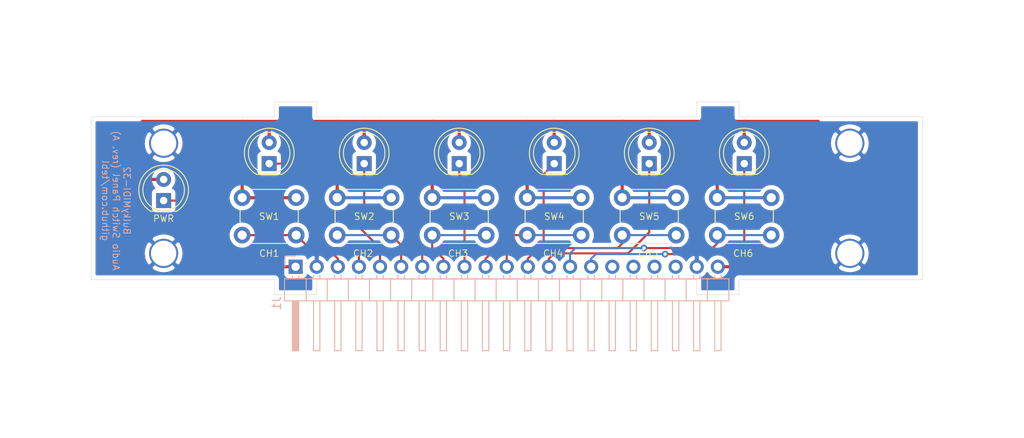
<source format=kicad_pcb>
(kicad_pcb (version 20171130) (host pcbnew "(5.1.8)-1")

  (general
    (thickness 1.6)
    (drawings 24)
    (tracks 127)
    (zones 0)
    (modules 18)
    (nets 16)
  )

  (page A4)
  (layers
    (0 F.Cu signal)
    (31 B.Cu signal)
    (32 B.Adhes user)
    (33 F.Adhes user)
    (34 B.Paste user)
    (35 F.Paste user)
    (36 B.SilkS user)
    (37 F.SilkS user)
    (38 B.Mask user)
    (39 F.Mask user)
    (40 Dwgs.User user)
    (41 Cmts.User user)
    (42 Eco1.User user)
    (43 Eco2.User user)
    (44 Edge.Cuts user)
    (45 Margin user)
    (46 B.CrtYd user)
    (47 F.CrtYd user)
    (48 B.Fab user hide)
    (49 F.Fab user)
  )

  (setup
    (last_trace_width 0.25)
    (trace_clearance 0.2)
    (zone_clearance 0.508)
    (zone_45_only no)
    (trace_min 0.2)
    (via_size 0.8)
    (via_drill 0.4)
    (via_min_size 0.4)
    (via_min_drill 0.3)
    (uvia_size 0.3)
    (uvia_drill 0.1)
    (uvias_allowed no)
    (uvia_min_size 0.2)
    (uvia_min_drill 0.1)
    (edge_width 0.05)
    (segment_width 0.2)
    (pcb_text_width 0.3)
    (pcb_text_size 1.5 1.5)
    (mod_edge_width 0.12)
    (mod_text_size 1 1)
    (mod_text_width 0.15)
    (pad_size 1.524 1.524)
    (pad_drill 0.762)
    (pad_to_mask_clearance 0)
    (aux_axis_origin 0 0)
    (grid_origin 141.09 121.579)
    (visible_elements 7FFFFFFF)
    (pcbplotparams
      (layerselection 0x011fc_ffffffff)
      (usegerberextensions true)
      (usegerberattributes false)
      (usegerberadvancedattributes false)
      (creategerberjobfile false)
      (excludeedgelayer true)
      (linewidth 0.100000)
      (plotframeref false)
      (viasonmask false)
      (mode 1)
      (useauxorigin false)
      (hpglpennumber 1)
      (hpglpenspeed 20)
      (hpglpendiameter 15.000000)
      (psnegative false)
      (psa4output false)
      (plotreference true)
      (plotvalue true)
      (plotinvisibletext false)
      (padsonsilk false)
      (subtractmaskfromsilk false)
      (outputformat 1)
      (mirror false)
      (drillshape 0)
      (scaleselection 1)
      (outputdirectory "export/"))
  )

  (net 0 "")
  (net 1 GND)
  (net 2 VCC)
  (net 3 /LED1)
  (net 4 /LED2)
  (net 5 /LED3)
  (net 6 /LED4)
  (net 7 /LED5)
  (net 8 /LED6)
  (net 9 /PWR)
  (net 10 /SW1)
  (net 11 /SW2)
  (net 12 /SW3)
  (net 13 /SW4)
  (net 14 /SW5)
  (net 15 /SW6)

  (net_class Default "This is the default net class."
    (clearance 0.2)
    (trace_width 0.25)
    (via_dia 0.8)
    (via_drill 0.4)
    (uvia_dia 0.3)
    (uvia_drill 0.1)
    (add_net /LED1)
    (add_net /LED2)
    (add_net /LED3)
    (add_net /LED4)
    (add_net /LED5)
    (add_net /LED6)
    (add_net /PWR)
    (add_net /SW1)
    (add_net /SW2)
    (add_net /SW3)
    (add_net /SW4)
    (add_net /SW5)
    (add_net /SW6)
  )

  (net_class PWR ""
    (clearance 0.2)
    (trace_width 0.381)
    (via_dia 0.8)
    (via_drill 0.4)
    (uvia_dia 0.3)
    (uvia_drill 0.1)
    (add_net GND)
    (add_net VCC)
  )

  (module Connector_PinHeader_2.54mm:PinHeader_1x21_P2.54mm_Horizontal locked (layer B.Cu) (tedit 59FED5CB) (tstamp 6282A785)
    (at 115.69 130.81 270)
    (descr "Through hole angled pin header, 1x21, 2.54mm pitch, 6mm pin length, single row")
    (tags "Through hole angled pin header THT 1x21 2.54mm single row")
    (path /62825997)
    (fp_text reference J1 (at 4.385 2.27 270) (layer B.SilkS)
      (effects (font (size 1 1) (thickness 0.15)) (justify mirror))
    )
    (fp_text value "Switch Panel" (at 4.385 -53.07 270) (layer B.Fab)
      (effects (font (size 1 1) (thickness 0.15)) (justify mirror))
    )
    (fp_line (start 2.135 1.27) (end 4.04 1.27) (layer B.Fab) (width 0.1))
    (fp_line (start 4.04 1.27) (end 4.04 -52.07) (layer B.Fab) (width 0.1))
    (fp_line (start 4.04 -52.07) (end 1.5 -52.07) (layer B.Fab) (width 0.1))
    (fp_line (start 1.5 -52.07) (end 1.5 0.635) (layer B.Fab) (width 0.1))
    (fp_line (start 1.5 0.635) (end 2.135 1.27) (layer B.Fab) (width 0.1))
    (fp_line (start -0.32 0.32) (end 1.5 0.32) (layer B.Fab) (width 0.1))
    (fp_line (start -0.32 0.32) (end -0.32 -0.32) (layer B.Fab) (width 0.1))
    (fp_line (start -0.32 -0.32) (end 1.5 -0.32) (layer B.Fab) (width 0.1))
    (fp_line (start 4.04 0.32) (end 10.04 0.32) (layer B.Fab) (width 0.1))
    (fp_line (start 10.04 0.32) (end 10.04 -0.32) (layer B.Fab) (width 0.1))
    (fp_line (start 4.04 -0.32) (end 10.04 -0.32) (layer B.Fab) (width 0.1))
    (fp_line (start -0.32 -2.22) (end 1.5 -2.22) (layer B.Fab) (width 0.1))
    (fp_line (start -0.32 -2.22) (end -0.32 -2.86) (layer B.Fab) (width 0.1))
    (fp_line (start -0.32 -2.86) (end 1.5 -2.86) (layer B.Fab) (width 0.1))
    (fp_line (start 4.04 -2.22) (end 10.04 -2.22) (layer B.Fab) (width 0.1))
    (fp_line (start 10.04 -2.22) (end 10.04 -2.86) (layer B.Fab) (width 0.1))
    (fp_line (start 4.04 -2.86) (end 10.04 -2.86) (layer B.Fab) (width 0.1))
    (fp_line (start -0.32 -4.76) (end 1.5 -4.76) (layer B.Fab) (width 0.1))
    (fp_line (start -0.32 -4.76) (end -0.32 -5.4) (layer B.Fab) (width 0.1))
    (fp_line (start -0.32 -5.4) (end 1.5 -5.4) (layer B.Fab) (width 0.1))
    (fp_line (start 4.04 -4.76) (end 10.04 -4.76) (layer B.Fab) (width 0.1))
    (fp_line (start 10.04 -4.76) (end 10.04 -5.4) (layer B.Fab) (width 0.1))
    (fp_line (start 4.04 -5.4) (end 10.04 -5.4) (layer B.Fab) (width 0.1))
    (fp_line (start -0.32 -7.3) (end 1.5 -7.3) (layer B.Fab) (width 0.1))
    (fp_line (start -0.32 -7.3) (end -0.32 -7.94) (layer B.Fab) (width 0.1))
    (fp_line (start -0.32 -7.94) (end 1.5 -7.94) (layer B.Fab) (width 0.1))
    (fp_line (start 4.04 -7.3) (end 10.04 -7.3) (layer B.Fab) (width 0.1))
    (fp_line (start 10.04 -7.3) (end 10.04 -7.94) (layer B.Fab) (width 0.1))
    (fp_line (start 4.04 -7.94) (end 10.04 -7.94) (layer B.Fab) (width 0.1))
    (fp_line (start -0.32 -9.84) (end 1.5 -9.84) (layer B.Fab) (width 0.1))
    (fp_line (start -0.32 -9.84) (end -0.32 -10.48) (layer B.Fab) (width 0.1))
    (fp_line (start -0.32 -10.48) (end 1.5 -10.48) (layer B.Fab) (width 0.1))
    (fp_line (start 4.04 -9.84) (end 10.04 -9.84) (layer B.Fab) (width 0.1))
    (fp_line (start 10.04 -9.84) (end 10.04 -10.48) (layer B.Fab) (width 0.1))
    (fp_line (start 4.04 -10.48) (end 10.04 -10.48) (layer B.Fab) (width 0.1))
    (fp_line (start -0.32 -12.38) (end 1.5 -12.38) (layer B.Fab) (width 0.1))
    (fp_line (start -0.32 -12.38) (end -0.32 -13.02) (layer B.Fab) (width 0.1))
    (fp_line (start -0.32 -13.02) (end 1.5 -13.02) (layer B.Fab) (width 0.1))
    (fp_line (start 4.04 -12.38) (end 10.04 -12.38) (layer B.Fab) (width 0.1))
    (fp_line (start 10.04 -12.38) (end 10.04 -13.02) (layer B.Fab) (width 0.1))
    (fp_line (start 4.04 -13.02) (end 10.04 -13.02) (layer B.Fab) (width 0.1))
    (fp_line (start -0.32 -14.92) (end 1.5 -14.92) (layer B.Fab) (width 0.1))
    (fp_line (start -0.32 -14.92) (end -0.32 -15.56) (layer B.Fab) (width 0.1))
    (fp_line (start -0.32 -15.56) (end 1.5 -15.56) (layer B.Fab) (width 0.1))
    (fp_line (start 4.04 -14.92) (end 10.04 -14.92) (layer B.Fab) (width 0.1))
    (fp_line (start 10.04 -14.92) (end 10.04 -15.56) (layer B.Fab) (width 0.1))
    (fp_line (start 4.04 -15.56) (end 10.04 -15.56) (layer B.Fab) (width 0.1))
    (fp_line (start -0.32 -17.46) (end 1.5 -17.46) (layer B.Fab) (width 0.1))
    (fp_line (start -0.32 -17.46) (end -0.32 -18.1) (layer B.Fab) (width 0.1))
    (fp_line (start -0.32 -18.1) (end 1.5 -18.1) (layer B.Fab) (width 0.1))
    (fp_line (start 4.04 -17.46) (end 10.04 -17.46) (layer B.Fab) (width 0.1))
    (fp_line (start 10.04 -17.46) (end 10.04 -18.1) (layer B.Fab) (width 0.1))
    (fp_line (start 4.04 -18.1) (end 10.04 -18.1) (layer B.Fab) (width 0.1))
    (fp_line (start -0.32 -20) (end 1.5 -20) (layer B.Fab) (width 0.1))
    (fp_line (start -0.32 -20) (end -0.32 -20.64) (layer B.Fab) (width 0.1))
    (fp_line (start -0.32 -20.64) (end 1.5 -20.64) (layer B.Fab) (width 0.1))
    (fp_line (start 4.04 -20) (end 10.04 -20) (layer B.Fab) (width 0.1))
    (fp_line (start 10.04 -20) (end 10.04 -20.64) (layer B.Fab) (width 0.1))
    (fp_line (start 4.04 -20.64) (end 10.04 -20.64) (layer B.Fab) (width 0.1))
    (fp_line (start -0.32 -22.54) (end 1.5 -22.54) (layer B.Fab) (width 0.1))
    (fp_line (start -0.32 -22.54) (end -0.32 -23.18) (layer B.Fab) (width 0.1))
    (fp_line (start -0.32 -23.18) (end 1.5 -23.18) (layer B.Fab) (width 0.1))
    (fp_line (start 4.04 -22.54) (end 10.04 -22.54) (layer B.Fab) (width 0.1))
    (fp_line (start 10.04 -22.54) (end 10.04 -23.18) (layer B.Fab) (width 0.1))
    (fp_line (start 4.04 -23.18) (end 10.04 -23.18) (layer B.Fab) (width 0.1))
    (fp_line (start -0.32 -25.08) (end 1.5 -25.08) (layer B.Fab) (width 0.1))
    (fp_line (start -0.32 -25.08) (end -0.32 -25.72) (layer B.Fab) (width 0.1))
    (fp_line (start -0.32 -25.72) (end 1.5 -25.72) (layer B.Fab) (width 0.1))
    (fp_line (start 4.04 -25.08) (end 10.04 -25.08) (layer B.Fab) (width 0.1))
    (fp_line (start 10.04 -25.08) (end 10.04 -25.72) (layer B.Fab) (width 0.1))
    (fp_line (start 4.04 -25.72) (end 10.04 -25.72) (layer B.Fab) (width 0.1))
    (fp_line (start -0.32 -27.62) (end 1.5 -27.62) (layer B.Fab) (width 0.1))
    (fp_line (start -0.32 -27.62) (end -0.32 -28.26) (layer B.Fab) (width 0.1))
    (fp_line (start -0.32 -28.26) (end 1.5 -28.26) (layer B.Fab) (width 0.1))
    (fp_line (start 4.04 -27.62) (end 10.04 -27.62) (layer B.Fab) (width 0.1))
    (fp_line (start 10.04 -27.62) (end 10.04 -28.26) (layer B.Fab) (width 0.1))
    (fp_line (start 4.04 -28.26) (end 10.04 -28.26) (layer B.Fab) (width 0.1))
    (fp_line (start -0.32 -30.16) (end 1.5 -30.16) (layer B.Fab) (width 0.1))
    (fp_line (start -0.32 -30.16) (end -0.32 -30.8) (layer B.Fab) (width 0.1))
    (fp_line (start -0.32 -30.8) (end 1.5 -30.8) (layer B.Fab) (width 0.1))
    (fp_line (start 4.04 -30.16) (end 10.04 -30.16) (layer B.Fab) (width 0.1))
    (fp_line (start 10.04 -30.16) (end 10.04 -30.8) (layer B.Fab) (width 0.1))
    (fp_line (start 4.04 -30.8) (end 10.04 -30.8) (layer B.Fab) (width 0.1))
    (fp_line (start -0.32 -32.7) (end 1.5 -32.7) (layer B.Fab) (width 0.1))
    (fp_line (start -0.32 -32.7) (end -0.32 -33.34) (layer B.Fab) (width 0.1))
    (fp_line (start -0.32 -33.34) (end 1.5 -33.34) (layer B.Fab) (width 0.1))
    (fp_line (start 4.04 -32.7) (end 10.04 -32.7) (layer B.Fab) (width 0.1))
    (fp_line (start 10.04 -32.7) (end 10.04 -33.34) (layer B.Fab) (width 0.1))
    (fp_line (start 4.04 -33.34) (end 10.04 -33.34) (layer B.Fab) (width 0.1))
    (fp_line (start -0.32 -35.24) (end 1.5 -35.24) (layer B.Fab) (width 0.1))
    (fp_line (start -0.32 -35.24) (end -0.32 -35.88) (layer B.Fab) (width 0.1))
    (fp_line (start -0.32 -35.88) (end 1.5 -35.88) (layer B.Fab) (width 0.1))
    (fp_line (start 4.04 -35.24) (end 10.04 -35.24) (layer B.Fab) (width 0.1))
    (fp_line (start 10.04 -35.24) (end 10.04 -35.88) (layer B.Fab) (width 0.1))
    (fp_line (start 4.04 -35.88) (end 10.04 -35.88) (layer B.Fab) (width 0.1))
    (fp_line (start -0.32 -37.78) (end 1.5 -37.78) (layer B.Fab) (width 0.1))
    (fp_line (start -0.32 -37.78) (end -0.32 -38.42) (layer B.Fab) (width 0.1))
    (fp_line (start -0.32 -38.42) (end 1.5 -38.42) (layer B.Fab) (width 0.1))
    (fp_line (start 4.04 -37.78) (end 10.04 -37.78) (layer B.Fab) (width 0.1))
    (fp_line (start 10.04 -37.78) (end 10.04 -38.42) (layer B.Fab) (width 0.1))
    (fp_line (start 4.04 -38.42) (end 10.04 -38.42) (layer B.Fab) (width 0.1))
    (fp_line (start -0.32 -40.32) (end 1.5 -40.32) (layer B.Fab) (width 0.1))
    (fp_line (start -0.32 -40.32) (end -0.32 -40.96) (layer B.Fab) (width 0.1))
    (fp_line (start -0.32 -40.96) (end 1.5 -40.96) (layer B.Fab) (width 0.1))
    (fp_line (start 4.04 -40.32) (end 10.04 -40.32) (layer B.Fab) (width 0.1))
    (fp_line (start 10.04 -40.32) (end 10.04 -40.96) (layer B.Fab) (width 0.1))
    (fp_line (start 4.04 -40.96) (end 10.04 -40.96) (layer B.Fab) (width 0.1))
    (fp_line (start -0.32 -42.86) (end 1.5 -42.86) (layer B.Fab) (width 0.1))
    (fp_line (start -0.32 -42.86) (end -0.32 -43.5) (layer B.Fab) (width 0.1))
    (fp_line (start -0.32 -43.5) (end 1.5 -43.5) (layer B.Fab) (width 0.1))
    (fp_line (start 4.04 -42.86) (end 10.04 -42.86) (layer B.Fab) (width 0.1))
    (fp_line (start 10.04 -42.86) (end 10.04 -43.5) (layer B.Fab) (width 0.1))
    (fp_line (start 4.04 -43.5) (end 10.04 -43.5) (layer B.Fab) (width 0.1))
    (fp_line (start -0.32 -45.4) (end 1.5 -45.4) (layer B.Fab) (width 0.1))
    (fp_line (start -0.32 -45.4) (end -0.32 -46.04) (layer B.Fab) (width 0.1))
    (fp_line (start -0.32 -46.04) (end 1.5 -46.04) (layer B.Fab) (width 0.1))
    (fp_line (start 4.04 -45.4) (end 10.04 -45.4) (layer B.Fab) (width 0.1))
    (fp_line (start 10.04 -45.4) (end 10.04 -46.04) (layer B.Fab) (width 0.1))
    (fp_line (start 4.04 -46.04) (end 10.04 -46.04) (layer B.Fab) (width 0.1))
    (fp_line (start -0.32 -47.94) (end 1.5 -47.94) (layer B.Fab) (width 0.1))
    (fp_line (start -0.32 -47.94) (end -0.32 -48.58) (layer B.Fab) (width 0.1))
    (fp_line (start -0.32 -48.58) (end 1.5 -48.58) (layer B.Fab) (width 0.1))
    (fp_line (start 4.04 -47.94) (end 10.04 -47.94) (layer B.Fab) (width 0.1))
    (fp_line (start 10.04 -47.94) (end 10.04 -48.58) (layer B.Fab) (width 0.1))
    (fp_line (start 4.04 -48.58) (end 10.04 -48.58) (layer B.Fab) (width 0.1))
    (fp_line (start -0.32 -50.48) (end 1.5 -50.48) (layer B.Fab) (width 0.1))
    (fp_line (start -0.32 -50.48) (end -0.32 -51.12) (layer B.Fab) (width 0.1))
    (fp_line (start -0.32 -51.12) (end 1.5 -51.12) (layer B.Fab) (width 0.1))
    (fp_line (start 4.04 -50.48) (end 10.04 -50.48) (layer B.Fab) (width 0.1))
    (fp_line (start 10.04 -50.48) (end 10.04 -51.12) (layer B.Fab) (width 0.1))
    (fp_line (start 4.04 -51.12) (end 10.04 -51.12) (layer B.Fab) (width 0.1))
    (fp_line (start 1.44 1.33) (end 1.44 -52.13) (layer B.SilkS) (width 0.12))
    (fp_line (start 1.44 -52.13) (end 4.1 -52.13) (layer B.SilkS) (width 0.12))
    (fp_line (start 4.1 -52.13) (end 4.1 1.33) (layer B.SilkS) (width 0.12))
    (fp_line (start 4.1 1.33) (end 1.44 1.33) (layer B.SilkS) (width 0.12))
    (fp_line (start 4.1 0.38) (end 10.1 0.38) (layer B.SilkS) (width 0.12))
    (fp_line (start 10.1 0.38) (end 10.1 -0.38) (layer B.SilkS) (width 0.12))
    (fp_line (start 10.1 -0.38) (end 4.1 -0.38) (layer B.SilkS) (width 0.12))
    (fp_line (start 4.1 0.32) (end 10.1 0.32) (layer B.SilkS) (width 0.12))
    (fp_line (start 4.1 0.2) (end 10.1 0.2) (layer B.SilkS) (width 0.12))
    (fp_line (start 4.1 0.08) (end 10.1 0.08) (layer B.SilkS) (width 0.12))
    (fp_line (start 4.1 -0.04) (end 10.1 -0.04) (layer B.SilkS) (width 0.12))
    (fp_line (start 4.1 -0.16) (end 10.1 -0.16) (layer B.SilkS) (width 0.12))
    (fp_line (start 4.1 -0.28) (end 10.1 -0.28) (layer B.SilkS) (width 0.12))
    (fp_line (start 1.11 0.38) (end 1.44 0.38) (layer B.SilkS) (width 0.12))
    (fp_line (start 1.11 -0.38) (end 1.44 -0.38) (layer B.SilkS) (width 0.12))
    (fp_line (start 1.44 -1.27) (end 4.1 -1.27) (layer B.SilkS) (width 0.12))
    (fp_line (start 4.1 -2.16) (end 10.1 -2.16) (layer B.SilkS) (width 0.12))
    (fp_line (start 10.1 -2.16) (end 10.1 -2.92) (layer B.SilkS) (width 0.12))
    (fp_line (start 10.1 -2.92) (end 4.1 -2.92) (layer B.SilkS) (width 0.12))
    (fp_line (start 1.042929 -2.16) (end 1.44 -2.16) (layer B.SilkS) (width 0.12))
    (fp_line (start 1.042929 -2.92) (end 1.44 -2.92) (layer B.SilkS) (width 0.12))
    (fp_line (start 1.44 -3.81) (end 4.1 -3.81) (layer B.SilkS) (width 0.12))
    (fp_line (start 4.1 -4.7) (end 10.1 -4.7) (layer B.SilkS) (width 0.12))
    (fp_line (start 10.1 -4.7) (end 10.1 -5.46) (layer B.SilkS) (width 0.12))
    (fp_line (start 10.1 -5.46) (end 4.1 -5.46) (layer B.SilkS) (width 0.12))
    (fp_line (start 1.042929 -4.7) (end 1.44 -4.7) (layer B.SilkS) (width 0.12))
    (fp_line (start 1.042929 -5.46) (end 1.44 -5.46) (layer B.SilkS) (width 0.12))
    (fp_line (start 1.44 -6.35) (end 4.1 -6.35) (layer B.SilkS) (width 0.12))
    (fp_line (start 4.1 -7.24) (end 10.1 -7.24) (layer B.SilkS) (width 0.12))
    (fp_line (start 10.1 -7.24) (end 10.1 -8) (layer B.SilkS) (width 0.12))
    (fp_line (start 10.1 -8) (end 4.1 -8) (layer B.SilkS) (width 0.12))
    (fp_line (start 1.042929 -7.24) (end 1.44 -7.24) (layer B.SilkS) (width 0.12))
    (fp_line (start 1.042929 -8) (end 1.44 -8) (layer B.SilkS) (width 0.12))
    (fp_line (start 1.44 -8.89) (end 4.1 -8.89) (layer B.SilkS) (width 0.12))
    (fp_line (start 4.1 -9.78) (end 10.1 -9.78) (layer B.SilkS) (width 0.12))
    (fp_line (start 10.1 -9.78) (end 10.1 -10.54) (layer B.SilkS) (width 0.12))
    (fp_line (start 10.1 -10.54) (end 4.1 -10.54) (layer B.SilkS) (width 0.12))
    (fp_line (start 1.042929 -9.78) (end 1.44 -9.78) (layer B.SilkS) (width 0.12))
    (fp_line (start 1.042929 -10.54) (end 1.44 -10.54) (layer B.SilkS) (width 0.12))
    (fp_line (start 1.44 -11.43) (end 4.1 -11.43) (layer B.SilkS) (width 0.12))
    (fp_line (start 4.1 -12.32) (end 10.1 -12.32) (layer B.SilkS) (width 0.12))
    (fp_line (start 10.1 -12.32) (end 10.1 -13.08) (layer B.SilkS) (width 0.12))
    (fp_line (start 10.1 -13.08) (end 4.1 -13.08) (layer B.SilkS) (width 0.12))
    (fp_line (start 1.042929 -12.32) (end 1.44 -12.32) (layer B.SilkS) (width 0.12))
    (fp_line (start 1.042929 -13.08) (end 1.44 -13.08) (layer B.SilkS) (width 0.12))
    (fp_line (start 1.44 -13.97) (end 4.1 -13.97) (layer B.SilkS) (width 0.12))
    (fp_line (start 4.1 -14.86) (end 10.1 -14.86) (layer B.SilkS) (width 0.12))
    (fp_line (start 10.1 -14.86) (end 10.1 -15.62) (layer B.SilkS) (width 0.12))
    (fp_line (start 10.1 -15.62) (end 4.1 -15.62) (layer B.SilkS) (width 0.12))
    (fp_line (start 1.042929 -14.86) (end 1.44 -14.86) (layer B.SilkS) (width 0.12))
    (fp_line (start 1.042929 -15.62) (end 1.44 -15.62) (layer B.SilkS) (width 0.12))
    (fp_line (start 1.44 -16.51) (end 4.1 -16.51) (layer B.SilkS) (width 0.12))
    (fp_line (start 4.1 -17.4) (end 10.1 -17.4) (layer B.SilkS) (width 0.12))
    (fp_line (start 10.1 -17.4) (end 10.1 -18.16) (layer B.SilkS) (width 0.12))
    (fp_line (start 10.1 -18.16) (end 4.1 -18.16) (layer B.SilkS) (width 0.12))
    (fp_line (start 1.042929 -17.4) (end 1.44 -17.4) (layer B.SilkS) (width 0.12))
    (fp_line (start 1.042929 -18.16) (end 1.44 -18.16) (layer B.SilkS) (width 0.12))
    (fp_line (start 1.44 -19.05) (end 4.1 -19.05) (layer B.SilkS) (width 0.12))
    (fp_line (start 4.1 -19.94) (end 10.1 -19.94) (layer B.SilkS) (width 0.12))
    (fp_line (start 10.1 -19.94) (end 10.1 -20.7) (layer B.SilkS) (width 0.12))
    (fp_line (start 10.1 -20.7) (end 4.1 -20.7) (layer B.SilkS) (width 0.12))
    (fp_line (start 1.042929 -19.94) (end 1.44 -19.94) (layer B.SilkS) (width 0.12))
    (fp_line (start 1.042929 -20.7) (end 1.44 -20.7) (layer B.SilkS) (width 0.12))
    (fp_line (start 1.44 -21.59) (end 4.1 -21.59) (layer B.SilkS) (width 0.12))
    (fp_line (start 4.1 -22.48) (end 10.1 -22.48) (layer B.SilkS) (width 0.12))
    (fp_line (start 10.1 -22.48) (end 10.1 -23.24) (layer B.SilkS) (width 0.12))
    (fp_line (start 10.1 -23.24) (end 4.1 -23.24) (layer B.SilkS) (width 0.12))
    (fp_line (start 1.042929 -22.48) (end 1.44 -22.48) (layer B.SilkS) (width 0.12))
    (fp_line (start 1.042929 -23.24) (end 1.44 -23.24) (layer B.SilkS) (width 0.12))
    (fp_line (start 1.44 -24.13) (end 4.1 -24.13) (layer B.SilkS) (width 0.12))
    (fp_line (start 4.1 -25.02) (end 10.1 -25.02) (layer B.SilkS) (width 0.12))
    (fp_line (start 10.1 -25.02) (end 10.1 -25.78) (layer B.SilkS) (width 0.12))
    (fp_line (start 10.1 -25.78) (end 4.1 -25.78) (layer B.SilkS) (width 0.12))
    (fp_line (start 1.042929 -25.02) (end 1.44 -25.02) (layer B.SilkS) (width 0.12))
    (fp_line (start 1.042929 -25.78) (end 1.44 -25.78) (layer B.SilkS) (width 0.12))
    (fp_line (start 1.44 -26.67) (end 4.1 -26.67) (layer B.SilkS) (width 0.12))
    (fp_line (start 4.1 -27.56) (end 10.1 -27.56) (layer B.SilkS) (width 0.12))
    (fp_line (start 10.1 -27.56) (end 10.1 -28.32) (layer B.SilkS) (width 0.12))
    (fp_line (start 10.1 -28.32) (end 4.1 -28.32) (layer B.SilkS) (width 0.12))
    (fp_line (start 1.042929 -27.56) (end 1.44 -27.56) (layer B.SilkS) (width 0.12))
    (fp_line (start 1.042929 -28.32) (end 1.44 -28.32) (layer B.SilkS) (width 0.12))
    (fp_line (start 1.44 -29.21) (end 4.1 -29.21) (layer B.SilkS) (width 0.12))
    (fp_line (start 4.1 -30.1) (end 10.1 -30.1) (layer B.SilkS) (width 0.12))
    (fp_line (start 10.1 -30.1) (end 10.1 -30.86) (layer B.SilkS) (width 0.12))
    (fp_line (start 10.1 -30.86) (end 4.1 -30.86) (layer B.SilkS) (width 0.12))
    (fp_line (start 1.042929 -30.1) (end 1.44 -30.1) (layer B.SilkS) (width 0.12))
    (fp_line (start 1.042929 -30.86) (end 1.44 -30.86) (layer B.SilkS) (width 0.12))
    (fp_line (start 1.44 -31.75) (end 4.1 -31.75) (layer B.SilkS) (width 0.12))
    (fp_line (start 4.1 -32.64) (end 10.1 -32.64) (layer B.SilkS) (width 0.12))
    (fp_line (start 10.1 -32.64) (end 10.1 -33.4) (layer B.SilkS) (width 0.12))
    (fp_line (start 10.1 -33.4) (end 4.1 -33.4) (layer B.SilkS) (width 0.12))
    (fp_line (start 1.042929 -32.64) (end 1.44 -32.64) (layer B.SilkS) (width 0.12))
    (fp_line (start 1.042929 -33.4) (end 1.44 -33.4) (layer B.SilkS) (width 0.12))
    (fp_line (start 1.44 -34.29) (end 4.1 -34.29) (layer B.SilkS) (width 0.12))
    (fp_line (start 4.1 -35.18) (end 10.1 -35.18) (layer B.SilkS) (width 0.12))
    (fp_line (start 10.1 -35.18) (end 10.1 -35.94) (layer B.SilkS) (width 0.12))
    (fp_line (start 10.1 -35.94) (end 4.1 -35.94) (layer B.SilkS) (width 0.12))
    (fp_line (start 1.042929 -35.18) (end 1.44 -35.18) (layer B.SilkS) (width 0.12))
    (fp_line (start 1.042929 -35.94) (end 1.44 -35.94) (layer B.SilkS) (width 0.12))
    (fp_line (start 1.44 -36.83) (end 4.1 -36.83) (layer B.SilkS) (width 0.12))
    (fp_line (start 4.1 -37.72) (end 10.1 -37.72) (layer B.SilkS) (width 0.12))
    (fp_line (start 10.1 -37.72) (end 10.1 -38.48) (layer B.SilkS) (width 0.12))
    (fp_line (start 10.1 -38.48) (end 4.1 -38.48) (layer B.SilkS) (width 0.12))
    (fp_line (start 1.042929 -37.72) (end 1.44 -37.72) (layer B.SilkS) (width 0.12))
    (fp_line (start 1.042929 -38.48) (end 1.44 -38.48) (layer B.SilkS) (width 0.12))
    (fp_line (start 1.44 -39.37) (end 4.1 -39.37) (layer B.SilkS) (width 0.12))
    (fp_line (start 4.1 -40.26) (end 10.1 -40.26) (layer B.SilkS) (width 0.12))
    (fp_line (start 10.1 -40.26) (end 10.1 -41.02) (layer B.SilkS) (width 0.12))
    (fp_line (start 10.1 -41.02) (end 4.1 -41.02) (layer B.SilkS) (width 0.12))
    (fp_line (start 1.042929 -40.26) (end 1.44 -40.26) (layer B.SilkS) (width 0.12))
    (fp_line (start 1.042929 -41.02) (end 1.44 -41.02) (layer B.SilkS) (width 0.12))
    (fp_line (start 1.44 -41.91) (end 4.1 -41.91) (layer B.SilkS) (width 0.12))
    (fp_line (start 4.1 -42.8) (end 10.1 -42.8) (layer B.SilkS) (width 0.12))
    (fp_line (start 10.1 -42.8) (end 10.1 -43.56) (layer B.SilkS) (width 0.12))
    (fp_line (start 10.1 -43.56) (end 4.1 -43.56) (layer B.SilkS) (width 0.12))
    (fp_line (start 1.042929 -42.8) (end 1.44 -42.8) (layer B.SilkS) (width 0.12))
    (fp_line (start 1.042929 -43.56) (end 1.44 -43.56) (layer B.SilkS) (width 0.12))
    (fp_line (start 1.44 -44.45) (end 4.1 -44.45) (layer B.SilkS) (width 0.12))
    (fp_line (start 4.1 -45.34) (end 10.1 -45.34) (layer B.SilkS) (width 0.12))
    (fp_line (start 10.1 -45.34) (end 10.1 -46.1) (layer B.SilkS) (width 0.12))
    (fp_line (start 10.1 -46.1) (end 4.1 -46.1) (layer B.SilkS) (width 0.12))
    (fp_line (start 1.042929 -45.34) (end 1.44 -45.34) (layer B.SilkS) (width 0.12))
    (fp_line (start 1.042929 -46.1) (end 1.44 -46.1) (layer B.SilkS) (width 0.12))
    (fp_line (start 1.44 -46.99) (end 4.1 -46.99) (layer B.SilkS) (width 0.12))
    (fp_line (start 4.1 -47.88) (end 10.1 -47.88) (layer B.SilkS) (width 0.12))
    (fp_line (start 10.1 -47.88) (end 10.1 -48.64) (layer B.SilkS) (width 0.12))
    (fp_line (start 10.1 -48.64) (end 4.1 -48.64) (layer B.SilkS) (width 0.12))
    (fp_line (start 1.042929 -47.88) (end 1.44 -47.88) (layer B.SilkS) (width 0.12))
    (fp_line (start 1.042929 -48.64) (end 1.44 -48.64) (layer B.SilkS) (width 0.12))
    (fp_line (start 1.44 -49.53) (end 4.1 -49.53) (layer B.SilkS) (width 0.12))
    (fp_line (start 4.1 -50.42) (end 10.1 -50.42) (layer B.SilkS) (width 0.12))
    (fp_line (start 10.1 -50.42) (end 10.1 -51.18) (layer B.SilkS) (width 0.12))
    (fp_line (start 10.1 -51.18) (end 4.1 -51.18) (layer B.SilkS) (width 0.12))
    (fp_line (start 1.042929 -50.42) (end 1.44 -50.42) (layer B.SilkS) (width 0.12))
    (fp_line (start 1.042929 -51.18) (end 1.44 -51.18) (layer B.SilkS) (width 0.12))
    (fp_line (start -1.27 0) (end -1.27 1.27) (layer B.SilkS) (width 0.12))
    (fp_line (start -1.27 1.27) (end 0 1.27) (layer B.SilkS) (width 0.12))
    (fp_line (start -1.8 1.8) (end -1.8 -52.6) (layer B.CrtYd) (width 0.05))
    (fp_line (start -1.8 -52.6) (end 10.55 -52.6) (layer B.CrtYd) (width 0.05))
    (fp_line (start 10.55 -52.6) (end 10.55 1.8) (layer B.CrtYd) (width 0.05))
    (fp_line (start 10.55 1.8) (end -1.8 1.8) (layer B.CrtYd) (width 0.05))
    (fp_text user %R (at 2.77 -25.4) (layer B.Fab)
      (effects (font (size 1 1) (thickness 0.15)) (justify mirror))
    )
    (pad 1 thru_hole rect (at 0 0 270) (size 1.7 1.7) (drill 1) (layers *.Cu *.Mask)
      (net 2 VCC))
    (pad 2 thru_hole oval (at 0 -2.54 270) (size 1.7 1.7) (drill 1) (layers *.Cu *.Mask)
      (net 1 GND))
    (pad 3 thru_hole oval (at 0 -5.08 270) (size 1.7 1.7) (drill 1) (layers *.Cu *.Mask)
      (net 9 /PWR))
    (pad 4 thru_hole oval (at 0 -7.62 270) (size 1.7 1.7) (drill 1) (layers *.Cu *.Mask)
      (net 10 /SW1))
    (pad 5 thru_hole oval (at 0 -10.16 270) (size 1.7 1.7) (drill 1) (layers *.Cu *.Mask)
      (net 3 /LED1))
    (pad 6 thru_hole oval (at 0 -12.7 270) (size 1.7 1.7) (drill 1) (layers *.Cu *.Mask)
      (net 11 /SW2))
    (pad 7 thru_hole oval (at 0 -15.24 270) (size 1.7 1.7) (drill 1) (layers *.Cu *.Mask)
      (net 4 /LED2))
    (pad 8 thru_hole oval (at 0 -17.78 270) (size 1.7 1.7) (drill 1) (layers *.Cu *.Mask)
      (net 12 /SW3))
    (pad 9 thru_hole oval (at 0 -20.32 270) (size 1.7 1.7) (drill 1) (layers *.Cu *.Mask)
      (net 5 /LED3))
    (pad 10 thru_hole oval (at 0 -22.86 270) (size 1.7 1.7) (drill 1) (layers *.Cu *.Mask)
      (net 13 /SW4))
    (pad 11 thru_hole oval (at 0 -25.4 270) (size 1.7 1.7) (drill 1) (layers *.Cu *.Mask)
      (net 6 /LED4))
    (pad 12 thru_hole oval (at 0 -27.94 270) (size 1.7 1.7) (drill 1) (layers *.Cu *.Mask)
      (net 14 /SW5))
    (pad 13 thru_hole oval (at 0 -30.48 270) (size 1.7 1.7) (drill 1) (layers *.Cu *.Mask)
      (net 7 /LED5))
    (pad 14 thru_hole oval (at 0 -33.02 270) (size 1.7 1.7) (drill 1) (layers *.Cu *.Mask)
      (net 15 /SW6))
    (pad 15 thru_hole oval (at 0 -35.56 270) (size 1.7 1.7) (drill 1) (layers *.Cu *.Mask)
      (net 8 /LED6))
    (pad 16 thru_hole oval (at 0 -38.1 270) (size 1.7 1.7) (drill 1) (layers *.Cu *.Mask))
    (pad 17 thru_hole oval (at 0 -40.64 270) (size 1.7 1.7) (drill 1) (layers *.Cu *.Mask))
    (pad 18 thru_hole oval (at 0 -43.18 270) (size 1.7 1.7) (drill 1) (layers *.Cu *.Mask))
    (pad 19 thru_hole oval (at 0 -45.72 270) (size 1.7 1.7) (drill 1) (layers *.Cu *.Mask))
    (pad 20 thru_hole oval (at 0 -48.26 270) (size 1.7 1.7) (drill 1) (layers *.Cu *.Mask)
      (net 1 GND))
    (pad 21 thru_hole oval (at 0 -50.8 270) (size 1.7 1.7) (drill 1) (layers *.Cu *.Mask)
      (net 2 VCC))
    (model ${KISYS3DMOD}/Connector_PinHeader_2.54mm.3dshapes/PinHeader_1x21_P2.54mm_Horizontal.wrl
      (at (xyz 0 0 0))
      (scale (xyz 1 1 1))
      (rotate (xyz 0 0 0))
    )
  )

  (module mounting:M3_pin (layer F.Cu) (tedit 5F76331A) (tstamp 6282A424)
    (at 99.815 129.199)
    (descr "module 1 pin (ou trou mecanique de percage)")
    (tags DEV)
    (path /6282631C)
    (fp_text reference M1 (at 3.048 0) (layer F.Fab) hide
      (effects (font (size 1 1) (thickness 0.15)))
    )
    (fp_text value Mounting_Pin (at 0 3) (layer F.Fab) hide
      (effects (font (size 1 1) (thickness 0.15)))
    )
    (fp_circle (center 0 0) (end 2.6 0) (layer F.CrtYd) (width 0.05))
    (fp_circle (center 0 0) (end 2 0.8) (layer F.Fab) (width 0.1))
    (pad 1 thru_hole circle (at 0 0) (size 3.5 3.5) (drill 3.048) (layers *.Cu *.Mask)
      (net 1 GND) (solder_mask_margin 0.8))
  )

  (module mounting:M3_pin (layer F.Cu) (tedit 5F76331A) (tstamp 6282A42B)
    (at 182.365 129.199)
    (descr "module 1 pin (ou trou mecanique de percage)")
    (tags DEV)
    (path /62826824)
    (fp_text reference M2 (at 0 -3.048) (layer F.Fab) hide
      (effects (font (size 1 1) (thickness 0.15)))
    )
    (fp_text value Mounting_Pin (at 0 3) (layer F.Fab) hide
      (effects (font (size 1 1) (thickness 0.15)))
    )
    (fp_circle (center 0 0) (end 2 0.8) (layer F.Fab) (width 0.1))
    (fp_circle (center 0 0) (end 2.6 0) (layer F.CrtYd) (width 0.05))
    (pad 1 thru_hole circle (at 0 0) (size 3.5 3.5) (drill 3.048) (layers *.Cu *.Mask)
      (net 1 GND) (solder_mask_margin 0.8))
  )

  (module mounting:M3_pin (layer F.Cu) (tedit 5F76331A) (tstamp 6282A432)
    (at 182.365 115.949)
    (descr "module 1 pin (ou trou mecanique de percage)")
    (tags DEV)
    (path /62826D8F)
    (fp_text reference M3 (at 0 -3.048) (layer F.Fab) hide
      (effects (font (size 1 1) (thickness 0.15)))
    )
    (fp_text value Mounting_Pin (at 0 3) (layer F.Fab) hide
      (effects (font (size 1 1) (thickness 0.15)))
    )
    (fp_circle (center 0 0) (end 2.6 0) (layer F.CrtYd) (width 0.05))
    (fp_circle (center 0 0) (end 2 0.8) (layer F.Fab) (width 0.1))
    (pad 1 thru_hole circle (at 0 0) (size 3.5 3.5) (drill 3.048) (layers *.Cu *.Mask)
      (net 1 GND) (solder_mask_margin 0.8))
  )

  (module mounting:M3_pin (layer F.Cu) (tedit 5F76331A) (tstamp 6282A439)
    (at 99.815 115.949)
    (descr "module 1 pin (ou trou mecanique de percage)")
    (tags DEV)
    (path /62827110)
    (fp_text reference M4 (at 0 -3.048) (layer F.Fab) hide
      (effects (font (size 1 1) (thickness 0.15)))
    )
    (fp_text value Mounting_Pin (at 0 3) (layer F.Fab) hide
      (effects (font (size 1 1) (thickness 0.15)))
    )
    (fp_circle (center 0 0) (end 2 0.8) (layer F.Fab) (width 0.1))
    (fp_circle (center 0 0) (end 2.6 0) (layer F.CrtYd) (width 0.05))
    (pad 1 thru_hole circle (at 0 0) (size 3.5 3.5) (drill 3.048) (layers *.Cu *.Mask)
      (net 1 GND) (solder_mask_margin 0.8))
  )

  (module LED_THT:LED_D5.0mm (layer F.Cu) (tedit 5995936A) (tstamp 62CD2496)
    (at 112.515 118.404 90)
    (descr "LED, diameter 5.0mm, 2 pins, http://cdn-reichelt.de/documents/datenblatt/A500/LL-504BC2E-009.pdf")
    (tags "LED diameter 5.0mm 2 pins")
    (path /62CF2B88)
    (fp_text reference D1 (at 1.27 -3.96 90) (layer F.SilkS) hide
      (effects (font (size 1 1) (thickness 0.15)))
    )
    (fp_text value CH1 (at 1.27 3.96 90) (layer F.Fab) hide
      (effects (font (size 1 1) (thickness 0.15)))
    )
    (fp_circle (center 1.27 0) (end 3.77 0) (layer F.Fab) (width 0.1))
    (fp_circle (center 1.27 0) (end 3.77 0) (layer F.SilkS) (width 0.12))
    (fp_line (start -1.23 -1.469694) (end -1.23 1.469694) (layer F.Fab) (width 0.1))
    (fp_line (start -1.29 -1.545) (end -1.29 1.545) (layer F.SilkS) (width 0.12))
    (fp_line (start -1.95 -3.25) (end -1.95 3.25) (layer F.CrtYd) (width 0.05))
    (fp_line (start -1.95 3.25) (end 4.5 3.25) (layer F.CrtYd) (width 0.05))
    (fp_line (start 4.5 3.25) (end 4.5 -3.25) (layer F.CrtYd) (width 0.05))
    (fp_line (start 4.5 -3.25) (end -1.95 -3.25) (layer F.CrtYd) (width 0.05))
    (fp_text user %R (at 1.25 0 90) (layer F.Fab) hide
      (effects (font (size 0.8 0.8) (thickness 0.2)))
    )
    (fp_arc (start 1.27 0) (end -1.29 1.54483) (angle -148.9) (layer F.SilkS) (width 0.12))
    (fp_arc (start 1.27 0) (end -1.29 -1.54483) (angle 148.9) (layer F.SilkS) (width 0.12))
    (fp_arc (start 1.27 0) (end -1.23 -1.469694) (angle 299.1) (layer F.Fab) (width 0.1))
    (pad 2 thru_hole circle (at 2.54 0 90) (size 1.8 1.8) (drill 0.9) (layers *.Cu *.Mask)
      (net 2 VCC))
    (pad 1 thru_hole rect (at 0 0 90) (size 1.8 1.8) (drill 0.9) (layers *.Cu *.Mask)
      (net 3 /LED1))
    (model ${KISYS3DMOD}/LED_THT.3dshapes/LED_D5.0mm.wrl
      (at (xyz 0 0 0))
      (scale (xyz 1 1 1))
      (rotate (xyz 0 0 0))
    )
  )

  (module LED_THT:LED_D5.0mm (layer F.Cu) (tedit 5995936A) (tstamp 62CD24A8)
    (at 123.945 118.404 90)
    (descr "LED, diameter 5.0mm, 2 pins, http://cdn-reichelt.de/documents/datenblatt/A500/LL-504BC2E-009.pdf")
    (tags "LED diameter 5.0mm 2 pins")
    (path /62CF97D1)
    (fp_text reference D2 (at 1.27 -3.96 90) (layer F.SilkS) hide
      (effects (font (size 1 1) (thickness 0.15)))
    )
    (fp_text value CH2 (at 1.27 3.96 90) (layer F.Fab) hide
      (effects (font (size 1 1) (thickness 0.15)))
    )
    (fp_line (start 4.5 -3.25) (end -1.95 -3.25) (layer F.CrtYd) (width 0.05))
    (fp_line (start 4.5 3.25) (end 4.5 -3.25) (layer F.CrtYd) (width 0.05))
    (fp_line (start -1.95 3.25) (end 4.5 3.25) (layer F.CrtYd) (width 0.05))
    (fp_line (start -1.95 -3.25) (end -1.95 3.25) (layer F.CrtYd) (width 0.05))
    (fp_line (start -1.29 -1.545) (end -1.29 1.545) (layer F.SilkS) (width 0.12))
    (fp_line (start -1.23 -1.469694) (end -1.23 1.469694) (layer F.Fab) (width 0.1))
    (fp_circle (center 1.27 0) (end 3.77 0) (layer F.SilkS) (width 0.12))
    (fp_circle (center 1.27 0) (end 3.77 0) (layer F.Fab) (width 0.1))
    (fp_arc (start 1.27 0) (end -1.23 -1.469694) (angle 299.1) (layer F.Fab) (width 0.1))
    (fp_arc (start 1.27 0) (end -1.29 -1.54483) (angle 148.9) (layer F.SilkS) (width 0.12))
    (fp_arc (start 1.27 0) (end -1.29 1.54483) (angle -148.9) (layer F.SilkS) (width 0.12))
    (fp_text user %R (at 1.25 0 90) (layer F.Fab) hide
      (effects (font (size 0.8 0.8) (thickness 0.2)))
    )
    (pad 1 thru_hole rect (at 0 0 90) (size 1.8 1.8) (drill 0.9) (layers *.Cu *.Mask)
      (net 4 /LED2))
    (pad 2 thru_hole circle (at 2.54 0 90) (size 1.8 1.8) (drill 0.9) (layers *.Cu *.Mask)
      (net 2 VCC))
    (model ${KISYS3DMOD}/LED_THT.3dshapes/LED_D5.0mm.wrl
      (at (xyz 0 0 0))
      (scale (xyz 1 1 1))
      (rotate (xyz 0 0 0))
    )
  )

  (module LED_THT:LED_D5.0mm (layer F.Cu) (tedit 5995936A) (tstamp 62CD24BA)
    (at 135.375 118.404 90)
    (descr "LED, diameter 5.0mm, 2 pins, http://cdn-reichelt.de/documents/datenblatt/A500/LL-504BC2E-009.pdf")
    (tags "LED diameter 5.0mm 2 pins")
    (path /62CFB8CE)
    (fp_text reference D3 (at 1.27 -3.96 90) (layer F.SilkS) hide
      (effects (font (size 1 1) (thickness 0.15)))
    )
    (fp_text value CH3 (at 1.27 3.96 90) (layer F.Fab) hide
      (effects (font (size 1 1) (thickness 0.15)))
    )
    (fp_circle (center 1.27 0) (end 3.77 0) (layer F.Fab) (width 0.1))
    (fp_circle (center 1.27 0) (end 3.77 0) (layer F.SilkS) (width 0.12))
    (fp_line (start -1.23 -1.469694) (end -1.23 1.469694) (layer F.Fab) (width 0.1))
    (fp_line (start -1.29 -1.545) (end -1.29 1.545) (layer F.SilkS) (width 0.12))
    (fp_line (start -1.95 -3.25) (end -1.95 3.25) (layer F.CrtYd) (width 0.05))
    (fp_line (start -1.95 3.25) (end 4.5 3.25) (layer F.CrtYd) (width 0.05))
    (fp_line (start 4.5 3.25) (end 4.5 -3.25) (layer F.CrtYd) (width 0.05))
    (fp_line (start 4.5 -3.25) (end -1.95 -3.25) (layer F.CrtYd) (width 0.05))
    (fp_text user %R (at 1.25 0 90) (layer F.Fab) hide
      (effects (font (size 0.8 0.8) (thickness 0.2)))
    )
    (fp_arc (start 1.27 0) (end -1.29 1.54483) (angle -148.9) (layer F.SilkS) (width 0.12))
    (fp_arc (start 1.27 0) (end -1.29 -1.54483) (angle 148.9) (layer F.SilkS) (width 0.12))
    (fp_arc (start 1.27 0) (end -1.23 -1.469694) (angle 299.1) (layer F.Fab) (width 0.1))
    (pad 2 thru_hole circle (at 2.54 0 90) (size 1.8 1.8) (drill 0.9) (layers *.Cu *.Mask)
      (net 2 VCC))
    (pad 1 thru_hole rect (at 0 0 90) (size 1.8 1.8) (drill 0.9) (layers *.Cu *.Mask)
      (net 5 /LED3))
    (model ${KISYS3DMOD}/LED_THT.3dshapes/LED_D5.0mm.wrl
      (at (xyz 0 0 0))
      (scale (xyz 1 1 1))
      (rotate (xyz 0 0 0))
    )
  )

  (module LED_THT:LED_D5.0mm (layer F.Cu) (tedit 5995936A) (tstamp 62CD24CC)
    (at 146.805 118.404 90)
    (descr "LED, diameter 5.0mm, 2 pins, http://cdn-reichelt.de/documents/datenblatt/A500/LL-504BC2E-009.pdf")
    (tags "LED diameter 5.0mm 2 pins")
    (path /62CFDD71)
    (fp_text reference D4 (at 1.27 -3.96 90) (layer F.SilkS) hide
      (effects (font (size 1 1) (thickness 0.15)))
    )
    (fp_text value CH4 (at 1.27 3.96 90) (layer F.Fab) hide
      (effects (font (size 1 1) (thickness 0.15)))
    )
    (fp_line (start 4.5 -3.25) (end -1.95 -3.25) (layer F.CrtYd) (width 0.05))
    (fp_line (start 4.5 3.25) (end 4.5 -3.25) (layer F.CrtYd) (width 0.05))
    (fp_line (start -1.95 3.25) (end 4.5 3.25) (layer F.CrtYd) (width 0.05))
    (fp_line (start -1.95 -3.25) (end -1.95 3.25) (layer F.CrtYd) (width 0.05))
    (fp_line (start -1.29 -1.545) (end -1.29 1.545) (layer F.SilkS) (width 0.12))
    (fp_line (start -1.23 -1.469694) (end -1.23 1.469694) (layer F.Fab) (width 0.1))
    (fp_circle (center 1.27 0) (end 3.77 0) (layer F.SilkS) (width 0.12))
    (fp_circle (center 1.27 0) (end 3.77 0) (layer F.Fab) (width 0.1))
    (fp_arc (start 1.27 0) (end -1.23 -1.469694) (angle 299.1) (layer F.Fab) (width 0.1))
    (fp_arc (start 1.27 0) (end -1.29 -1.54483) (angle 148.9) (layer F.SilkS) (width 0.12))
    (fp_arc (start 1.27 0) (end -1.29 1.54483) (angle -148.9) (layer F.SilkS) (width 0.12))
    (fp_text user %R (at 1.25 0 90) (layer F.Fab) hide
      (effects (font (size 0.8 0.8) (thickness 0.2)))
    )
    (pad 1 thru_hole rect (at 0 0 90) (size 1.8 1.8) (drill 0.9) (layers *.Cu *.Mask)
      (net 6 /LED4))
    (pad 2 thru_hole circle (at 2.54 0 90) (size 1.8 1.8) (drill 0.9) (layers *.Cu *.Mask)
      (net 2 VCC))
    (model ${KISYS3DMOD}/LED_THT.3dshapes/LED_D5.0mm.wrl
      (at (xyz 0 0 0))
      (scale (xyz 1 1 1))
      (rotate (xyz 0 0 0))
    )
  )

  (module LED_THT:LED_D5.0mm (layer F.Cu) (tedit 5995936A) (tstamp 62CD24DE)
    (at 158.235 118.404 90)
    (descr "LED, diameter 5.0mm, 2 pins, http://cdn-reichelt.de/documents/datenblatt/A500/LL-504BC2E-009.pdf")
    (tags "LED diameter 5.0mm 2 pins")
    (path /62CFFF8E)
    (fp_text reference D5 (at 1.27 -3.96 90) (layer F.SilkS) hide
      (effects (font (size 1 1) (thickness 0.15)))
    )
    (fp_text value CH5 (at 1.27 3.96 90) (layer F.Fab) hide
      (effects (font (size 1 1) (thickness 0.15)))
    )
    (fp_circle (center 1.27 0) (end 3.77 0) (layer F.Fab) (width 0.1))
    (fp_circle (center 1.27 0) (end 3.77 0) (layer F.SilkS) (width 0.12))
    (fp_line (start -1.23 -1.469694) (end -1.23 1.469694) (layer F.Fab) (width 0.1))
    (fp_line (start -1.29 -1.545) (end -1.29 1.545) (layer F.SilkS) (width 0.12))
    (fp_line (start -1.95 -3.25) (end -1.95 3.25) (layer F.CrtYd) (width 0.05))
    (fp_line (start -1.95 3.25) (end 4.5 3.25) (layer F.CrtYd) (width 0.05))
    (fp_line (start 4.5 3.25) (end 4.5 -3.25) (layer F.CrtYd) (width 0.05))
    (fp_line (start 4.5 -3.25) (end -1.95 -3.25) (layer F.CrtYd) (width 0.05))
    (fp_text user %R (at 1.25 0 90) (layer F.Fab) hide
      (effects (font (size 0.8 0.8) (thickness 0.2)))
    )
    (fp_arc (start 1.27 0) (end -1.29 1.54483) (angle -148.9) (layer F.SilkS) (width 0.12))
    (fp_arc (start 1.27 0) (end -1.29 -1.54483) (angle 148.9) (layer F.SilkS) (width 0.12))
    (fp_arc (start 1.27 0) (end -1.23 -1.469694) (angle 299.1) (layer F.Fab) (width 0.1))
    (pad 2 thru_hole circle (at 2.54 0 90) (size 1.8 1.8) (drill 0.9) (layers *.Cu *.Mask)
      (net 2 VCC))
    (pad 1 thru_hole rect (at 0 0 90) (size 1.8 1.8) (drill 0.9) (layers *.Cu *.Mask)
      (net 7 /LED5))
    (model ${KISYS3DMOD}/LED_THT.3dshapes/LED_D5.0mm.wrl
      (at (xyz 0 0 0))
      (scale (xyz 1 1 1))
      (rotate (xyz 0 0 0))
    )
  )

  (module LED_THT:LED_D5.0mm (layer F.Cu) (tedit 5995936A) (tstamp 62CD24F0)
    (at 169.665 118.404 90)
    (descr "LED, diameter 5.0mm, 2 pins, http://cdn-reichelt.de/documents/datenblatt/A500/LL-504BC2E-009.pdf")
    (tags "LED diameter 5.0mm 2 pins")
    (path /62D0229F)
    (fp_text reference D6 (at 1.27 -3.96 90) (layer F.SilkS) hide
      (effects (font (size 1 1) (thickness 0.15)))
    )
    (fp_text value CH6 (at 1.27 3.96 90) (layer F.Fab) hide
      (effects (font (size 1 1) (thickness 0.15)))
    )
    (fp_line (start 4.5 -3.25) (end -1.95 -3.25) (layer F.CrtYd) (width 0.05))
    (fp_line (start 4.5 3.25) (end 4.5 -3.25) (layer F.CrtYd) (width 0.05))
    (fp_line (start -1.95 3.25) (end 4.5 3.25) (layer F.CrtYd) (width 0.05))
    (fp_line (start -1.95 -3.25) (end -1.95 3.25) (layer F.CrtYd) (width 0.05))
    (fp_line (start -1.29 -1.545) (end -1.29 1.545) (layer F.SilkS) (width 0.12))
    (fp_line (start -1.23 -1.469694) (end -1.23 1.469694) (layer F.Fab) (width 0.1))
    (fp_circle (center 1.27 0) (end 3.77 0) (layer F.SilkS) (width 0.12))
    (fp_circle (center 1.27 0) (end 3.77 0) (layer F.Fab) (width 0.1))
    (fp_arc (start 1.27 0) (end -1.23 -1.469694) (angle 299.1) (layer F.Fab) (width 0.1))
    (fp_arc (start 1.27 0) (end -1.29 -1.54483) (angle 148.9) (layer F.SilkS) (width 0.12))
    (fp_arc (start 1.27 0) (end -1.29 1.54483) (angle -148.9) (layer F.SilkS) (width 0.12))
    (fp_text user %R (at 1.25 0 90) (layer F.Fab) hide
      (effects (font (size 0.8 0.8) (thickness 0.2)))
    )
    (pad 1 thru_hole rect (at 0 0 90) (size 1.8 1.8) (drill 0.9) (layers *.Cu *.Mask)
      (net 8 /LED6))
    (pad 2 thru_hole circle (at 2.54 0 90) (size 1.8 1.8) (drill 0.9) (layers *.Cu *.Mask)
      (net 2 VCC))
    (model ${KISYS3DMOD}/LED_THT.3dshapes/LED_D5.0mm.wrl
      (at (xyz 0 0 0))
      (scale (xyz 1 1 1))
      (rotate (xyz 0 0 0))
    )
  )

  (module LED_THT:LED_D5.0mm locked (layer F.Cu) (tedit 5995936A) (tstamp 62CD2502)
    (at 99.815 122.849 90)
    (descr "LED, diameter 5.0mm, 2 pins, http://cdn-reichelt.de/documents/datenblatt/A500/LL-504BC2E-009.pdf")
    (tags "LED diameter 5.0mm 2 pins")
    (path /62E202D3)
    (fp_text reference D7 (at 1.27 -1.651 90) (layer F.SilkS) hide
      (effects (font (size 0.8 0.8) (thickness 0.1)))
    )
    (fp_text value PWR (at -2.159 0 180) (layer F.SilkS)
      (effects (font (size 0.8 0.8) (thickness 0.1)))
    )
    (fp_line (start 4.5 -3.25) (end -1.95 -3.25) (layer F.CrtYd) (width 0.05))
    (fp_line (start 4.5 3.25) (end 4.5 -3.25) (layer F.CrtYd) (width 0.05))
    (fp_line (start -1.95 3.25) (end 4.5 3.25) (layer F.CrtYd) (width 0.05))
    (fp_line (start -1.95 -3.25) (end -1.95 3.25) (layer F.CrtYd) (width 0.05))
    (fp_line (start -1.29 -1.545) (end -1.29 1.545) (layer F.SilkS) (width 0.12))
    (fp_line (start -1.23 -1.469694) (end -1.23 1.469694) (layer F.Fab) (width 0.1))
    (fp_circle (center 1.27 0) (end 3.77 0) (layer F.SilkS) (width 0.12))
    (fp_circle (center 1.27 0) (end 3.77 0) (layer F.Fab) (width 0.1))
    (fp_arc (start 1.27 0) (end -1.23 -1.469694) (angle 299.1) (layer F.Fab) (width 0.1))
    (fp_arc (start 1.27 0) (end -1.29 -1.54483) (angle 148.9) (layer F.SilkS) (width 0.12))
    (fp_arc (start 1.27 0) (end -1.29 1.54483) (angle -148.9) (layer F.SilkS) (width 0.12))
    (fp_text user %R (at 1.25 0 90) (layer F.Fab) hide
      (effects (font (size 0.8 0.8) (thickness 0.2)))
    )
    (pad 1 thru_hole rect (at 0 0 90) (size 1.8 1.8) (drill 0.9) (layers *.Cu *.Mask)
      (net 9 /PWR))
    (pad 2 thru_hole circle (at 2.54 0 90) (size 1.8 1.8) (drill 0.9) (layers *.Cu *.Mask)
      (net 2 VCC))
    (model ${KISYS3DMOD}/LED_THT.3dshapes/LED_D5.0mm.wrl
      (at (xyz 0 0 0))
      (scale (xyz 1 1 1))
      (rotate (xyz 0 0 0))
    )
  )

  (module switch_cutout:SW_PUSH_6mm (layer F.Cu) (tedit 601DD404) (tstamp 62CD2521)
    (at 112.515 124.754)
    (descr https://www.omron.com/ecb/products/pdf/en-b3f.pdf)
    (tags "tact sw push 6mm")
    (path /62CDB5FB)
    (fp_text reference SW1 (at 0 -4.79) (layer F.SilkS) hide
      (effects (font (size 0.8 0.8) (thickness 0.1)))
    )
    (fp_text value CH1 (at 0 4.445) (layer F.SilkS)
      (effects (font (size 0.8 0.8) (thickness 0.1)))
    )
    (fp_line (start 0 -3) (end 3 -3) (layer F.Fab) (width 0.1))
    (fp_line (start 3 -3) (end 3 3) (layer F.Fab) (width 0.1))
    (fp_line (start 3 3) (end -3 3) (layer F.Fab) (width 0.1))
    (fp_line (start -3 3) (end -3 -3) (layer F.Fab) (width 0.1))
    (fp_line (start -3 -3) (end 0 -3) (layer F.Fab) (width 0.1))
    (fp_line (start 4.5 3.75) (end 4.75 3.75) (layer F.CrtYd) (width 0.05))
    (fp_line (start 4.75 3.75) (end 4.75 3.5) (layer F.CrtYd) (width 0.05))
    (fp_line (start 4.5 -3.75) (end 4.75 -3.75) (layer F.CrtYd) (width 0.05))
    (fp_line (start 4.75 -3.75) (end 4.75 -3.5) (layer F.CrtYd) (width 0.05))
    (fp_line (start -4.75 -3.5) (end -4.75 -3.75) (layer F.CrtYd) (width 0.05))
    (fp_line (start -4.75 -3.75) (end -4.5 -3.75) (layer F.CrtYd) (width 0.05))
    (fp_line (start -4.75 3.5) (end -4.75 3.75) (layer F.CrtYd) (width 0.05))
    (fp_line (start -4.75 3.75) (end -4.5 3.75) (layer F.CrtYd) (width 0.05))
    (fp_line (start -4.5 -3.75) (end 4.5 -3.75) (layer F.CrtYd) (width 0.05))
    (fp_line (start -4.75 3.5) (end -4.75 -3.5) (layer F.CrtYd) (width 0.05))
    (fp_line (start 4.5 3.75) (end -4.5 3.75) (layer F.CrtYd) (width 0.05))
    (fp_line (start 4.75 -3.5) (end 4.75 3.5) (layer F.CrtYd) (width 0.05))
    (fp_line (start -2.25 3.25) (end 2.25 3.25) (layer F.SilkS) (width 0.12))
    (fp_line (start -3.5 -0.75) (end -3.5 0.75) (layer F.SilkS) (width 0.12))
    (fp_line (start 2.25 -3.25) (end -2.25 -3.25) (layer F.SilkS) (width 0.12))
    (fp_line (start 3.5 0.75) (end 3.5 -0.75) (layer F.SilkS) (width 0.12))
    (fp_circle (center 0 0) (end -2 0.25) (layer F.Fab) (width 0.1))
    (fp_text user %R (at 0 0) (layer F.SilkS)
      (effects (font (size 0.8 0.8) (thickness 0.1)))
    )
    (pad 2 thru_hole circle (at -3.25 2.25 90) (size 2 2) (drill 1.1) (layers *.Cu *.Mask)
      (net 10 /SW1))
    (pad 1 thru_hole circle (at -3.25 -2.25 90) (size 2 2) (drill 1.1) (layers *.Cu *.Mask)
      (net 2 VCC))
    (pad 2 thru_hole circle (at 3.25 2.25 90) (size 2 2) (drill 1.1) (layers *.Cu *.Mask)
      (net 10 /SW1))
    (pad 1 thru_hole circle (at 3.25 -2.25 90) (size 2 2) (drill 1.1) (layers *.Cu *.Mask)
      (net 2 VCC))
    (model ${KISYS3DMOD}/Button_Switch_THT.3dshapes/SW_PUSH_6mm.wrl
      (offset (xyz -3 2.25 0))
      (scale (xyz 1 1 1))
      (rotate (xyz 0 0 0))
    )
  )

  (module switch_cutout:SW_PUSH_6mm (layer F.Cu) (tedit 601DD404) (tstamp 62CD2540)
    (at 123.945 124.754)
    (descr https://www.omron.com/ecb/products/pdf/en-b3f.pdf)
    (tags "tact sw push 6mm")
    (path /62CDF85A)
    (fp_text reference SW2 (at 0 -4.79) (layer F.SilkS) hide
      (effects (font (size 0.8 0.8) (thickness 0.1)))
    )
    (fp_text value CH2 (at -0.135 4.45) (layer F.SilkS)
      (effects (font (size 0.8 0.8) (thickness 0.1)))
    )
    (fp_circle (center 0 0) (end -2 0.25) (layer F.Fab) (width 0.1))
    (fp_line (start 3.5 0.75) (end 3.5 -0.75) (layer F.SilkS) (width 0.12))
    (fp_line (start 2.25 -3.25) (end -2.25 -3.25) (layer F.SilkS) (width 0.12))
    (fp_line (start -3.5 -0.75) (end -3.5 0.75) (layer F.SilkS) (width 0.12))
    (fp_line (start -2.25 3.25) (end 2.25 3.25) (layer F.SilkS) (width 0.12))
    (fp_line (start 4.75 -3.5) (end 4.75 3.5) (layer F.CrtYd) (width 0.05))
    (fp_line (start 4.5 3.75) (end -4.5 3.75) (layer F.CrtYd) (width 0.05))
    (fp_line (start -4.75 3.5) (end -4.75 -3.5) (layer F.CrtYd) (width 0.05))
    (fp_line (start -4.5 -3.75) (end 4.5 -3.75) (layer F.CrtYd) (width 0.05))
    (fp_line (start -4.75 3.75) (end -4.5 3.75) (layer F.CrtYd) (width 0.05))
    (fp_line (start -4.75 3.5) (end -4.75 3.75) (layer F.CrtYd) (width 0.05))
    (fp_line (start -4.75 -3.75) (end -4.5 -3.75) (layer F.CrtYd) (width 0.05))
    (fp_line (start -4.75 -3.5) (end -4.75 -3.75) (layer F.CrtYd) (width 0.05))
    (fp_line (start 4.75 -3.75) (end 4.75 -3.5) (layer F.CrtYd) (width 0.05))
    (fp_line (start 4.5 -3.75) (end 4.75 -3.75) (layer F.CrtYd) (width 0.05))
    (fp_line (start 4.75 3.75) (end 4.75 3.5) (layer F.CrtYd) (width 0.05))
    (fp_line (start 4.5 3.75) (end 4.75 3.75) (layer F.CrtYd) (width 0.05))
    (fp_line (start -3 -3) (end 0 -3) (layer F.Fab) (width 0.1))
    (fp_line (start -3 3) (end -3 -3) (layer F.Fab) (width 0.1))
    (fp_line (start 3 3) (end -3 3) (layer F.Fab) (width 0.1))
    (fp_line (start 3 -3) (end 3 3) (layer F.Fab) (width 0.1))
    (fp_line (start 0 -3) (end 3 -3) (layer F.Fab) (width 0.1))
    (fp_text user %R (at 0 0) (layer F.SilkS)
      (effects (font (size 0.8 0.8) (thickness 0.1)))
    )
    (pad 1 thru_hole circle (at 3.25 -2.25 90) (size 2 2) (drill 1.1) (layers *.Cu *.Mask)
      (net 2 VCC))
    (pad 2 thru_hole circle (at 3.25 2.25 90) (size 2 2) (drill 1.1) (layers *.Cu *.Mask)
      (net 11 /SW2))
    (pad 1 thru_hole circle (at -3.25 -2.25 90) (size 2 2) (drill 1.1) (layers *.Cu *.Mask)
      (net 2 VCC))
    (pad 2 thru_hole circle (at -3.25 2.25 90) (size 2 2) (drill 1.1) (layers *.Cu *.Mask)
      (net 11 /SW2))
    (model ${KISYS3DMOD}/Button_Switch_THT.3dshapes/SW_PUSH_6mm.wrl
      (offset (xyz -3 2.25 0))
      (scale (xyz 1 1 1))
      (rotate (xyz 0 0 0))
    )
  )

  (module switch_cutout:SW_PUSH_6mm (layer F.Cu) (tedit 601DD404) (tstamp 62CD255F)
    (at 135.375 124.754)
    (descr https://www.omron.com/ecb/products/pdf/en-b3f.pdf)
    (tags "tact sw push 6mm")
    (path /62CE1A42)
    (fp_text reference SW3 (at 0 -4.79) (layer F.SilkS) hide
      (effects (font (size 0.8 0.8) (thickness 0.1)))
    )
    (fp_text value CH3 (at -0.135 4.45) (layer F.SilkS)
      (effects (font (size 0.8 0.8) (thickness 0.1)))
    )
    (fp_circle (center 0 0) (end -2 0.25) (layer F.Fab) (width 0.1))
    (fp_line (start 3.5 0.75) (end 3.5 -0.75) (layer F.SilkS) (width 0.12))
    (fp_line (start 2.25 -3.25) (end -2.25 -3.25) (layer F.SilkS) (width 0.12))
    (fp_line (start -3.5 -0.75) (end -3.5 0.75) (layer F.SilkS) (width 0.12))
    (fp_line (start -2.25 3.25) (end 2.25 3.25) (layer F.SilkS) (width 0.12))
    (fp_line (start 4.75 -3.5) (end 4.75 3.5) (layer F.CrtYd) (width 0.05))
    (fp_line (start 4.5 3.75) (end -4.5 3.75) (layer F.CrtYd) (width 0.05))
    (fp_line (start -4.75 3.5) (end -4.75 -3.5) (layer F.CrtYd) (width 0.05))
    (fp_line (start -4.5 -3.75) (end 4.5 -3.75) (layer F.CrtYd) (width 0.05))
    (fp_line (start -4.75 3.75) (end -4.5 3.75) (layer F.CrtYd) (width 0.05))
    (fp_line (start -4.75 3.5) (end -4.75 3.75) (layer F.CrtYd) (width 0.05))
    (fp_line (start -4.75 -3.75) (end -4.5 -3.75) (layer F.CrtYd) (width 0.05))
    (fp_line (start -4.75 -3.5) (end -4.75 -3.75) (layer F.CrtYd) (width 0.05))
    (fp_line (start 4.75 -3.75) (end 4.75 -3.5) (layer F.CrtYd) (width 0.05))
    (fp_line (start 4.5 -3.75) (end 4.75 -3.75) (layer F.CrtYd) (width 0.05))
    (fp_line (start 4.75 3.75) (end 4.75 3.5) (layer F.CrtYd) (width 0.05))
    (fp_line (start 4.5 3.75) (end 4.75 3.75) (layer F.CrtYd) (width 0.05))
    (fp_line (start -3 -3) (end 0 -3) (layer F.Fab) (width 0.1))
    (fp_line (start -3 3) (end -3 -3) (layer F.Fab) (width 0.1))
    (fp_line (start 3 3) (end -3 3) (layer F.Fab) (width 0.1))
    (fp_line (start 3 -3) (end 3 3) (layer F.Fab) (width 0.1))
    (fp_line (start 0 -3) (end 3 -3) (layer F.Fab) (width 0.1))
    (fp_text user %R (at 0 0) (layer F.SilkS)
      (effects (font (size 0.8 0.8) (thickness 0.1)))
    )
    (pad 1 thru_hole circle (at 3.25 -2.25 90) (size 2 2) (drill 1.1) (layers *.Cu *.Mask)
      (net 2 VCC))
    (pad 2 thru_hole circle (at 3.25 2.25 90) (size 2 2) (drill 1.1) (layers *.Cu *.Mask)
      (net 12 /SW3))
    (pad 1 thru_hole circle (at -3.25 -2.25 90) (size 2 2) (drill 1.1) (layers *.Cu *.Mask)
      (net 2 VCC))
    (pad 2 thru_hole circle (at -3.25 2.25 90) (size 2 2) (drill 1.1) (layers *.Cu *.Mask)
      (net 12 /SW3))
    (model ${KISYS3DMOD}/Button_Switch_THT.3dshapes/SW_PUSH_6mm.wrl
      (offset (xyz -3 2.25 0))
      (scale (xyz 1 1 1))
      (rotate (xyz 0 0 0))
    )
  )

  (module switch_cutout:SW_PUSH_6mm (layer F.Cu) (tedit 601DD404) (tstamp 62CD257E)
    (at 146.805 124.754)
    (descr https://www.omron.com/ecb/products/pdf/en-b3f.pdf)
    (tags "tact sw push 6mm")
    (path /62CE1A48)
    (fp_text reference SW4 (at 0 -4.79) (layer F.SilkS) hide
      (effects (font (size 0.8 0.8) (thickness 0.1)))
    )
    (fp_text value CH4 (at -0.135 4.45) (layer F.SilkS)
      (effects (font (size 0.8 0.8) (thickness 0.1)))
    )
    (fp_line (start 0 -3) (end 3 -3) (layer F.Fab) (width 0.1))
    (fp_line (start 3 -3) (end 3 3) (layer F.Fab) (width 0.1))
    (fp_line (start 3 3) (end -3 3) (layer F.Fab) (width 0.1))
    (fp_line (start -3 3) (end -3 -3) (layer F.Fab) (width 0.1))
    (fp_line (start -3 -3) (end 0 -3) (layer F.Fab) (width 0.1))
    (fp_line (start 4.5 3.75) (end 4.75 3.75) (layer F.CrtYd) (width 0.05))
    (fp_line (start 4.75 3.75) (end 4.75 3.5) (layer F.CrtYd) (width 0.05))
    (fp_line (start 4.5 -3.75) (end 4.75 -3.75) (layer F.CrtYd) (width 0.05))
    (fp_line (start 4.75 -3.75) (end 4.75 -3.5) (layer F.CrtYd) (width 0.05))
    (fp_line (start -4.75 -3.5) (end -4.75 -3.75) (layer F.CrtYd) (width 0.05))
    (fp_line (start -4.75 -3.75) (end -4.5 -3.75) (layer F.CrtYd) (width 0.05))
    (fp_line (start -4.75 3.5) (end -4.75 3.75) (layer F.CrtYd) (width 0.05))
    (fp_line (start -4.75 3.75) (end -4.5 3.75) (layer F.CrtYd) (width 0.05))
    (fp_line (start -4.5 -3.75) (end 4.5 -3.75) (layer F.CrtYd) (width 0.05))
    (fp_line (start -4.75 3.5) (end -4.75 -3.5) (layer F.CrtYd) (width 0.05))
    (fp_line (start 4.5 3.75) (end -4.5 3.75) (layer F.CrtYd) (width 0.05))
    (fp_line (start 4.75 -3.5) (end 4.75 3.5) (layer F.CrtYd) (width 0.05))
    (fp_line (start -2.25 3.25) (end 2.25 3.25) (layer F.SilkS) (width 0.12))
    (fp_line (start -3.5 -0.75) (end -3.5 0.75) (layer F.SilkS) (width 0.12))
    (fp_line (start 2.25 -3.25) (end -2.25 -3.25) (layer F.SilkS) (width 0.12))
    (fp_line (start 3.5 0.75) (end 3.5 -0.75) (layer F.SilkS) (width 0.12))
    (fp_circle (center 0 0) (end -2 0.25) (layer F.Fab) (width 0.1))
    (fp_text user %R (at 0 0) (layer F.SilkS)
      (effects (font (size 0.8 0.8) (thickness 0.1)))
    )
    (pad 2 thru_hole circle (at -3.25 2.25 90) (size 2 2) (drill 1.1) (layers *.Cu *.Mask)
      (net 13 /SW4))
    (pad 1 thru_hole circle (at -3.25 -2.25 90) (size 2 2) (drill 1.1) (layers *.Cu *.Mask)
      (net 2 VCC))
    (pad 2 thru_hole circle (at 3.25 2.25 90) (size 2 2) (drill 1.1) (layers *.Cu *.Mask)
      (net 13 /SW4))
    (pad 1 thru_hole circle (at 3.25 -2.25 90) (size 2 2) (drill 1.1) (layers *.Cu *.Mask)
      (net 2 VCC))
    (model ${KISYS3DMOD}/Button_Switch_THT.3dshapes/SW_PUSH_6mm.wrl
      (offset (xyz -3 2.25 0))
      (scale (xyz 1 1 1))
      (rotate (xyz 0 0 0))
    )
  )

  (module switch_cutout:SW_PUSH_6mm (layer F.Cu) (tedit 601DD404) (tstamp 62CD259D)
    (at 158.235 124.754)
    (descr https://www.omron.com/ecb/products/pdf/en-b3f.pdf)
    (tags "tact sw push 6mm")
    (path /62CE4BA8)
    (fp_text reference SW5 (at 0 -4.79) (layer F.SilkS) hide
      (effects (font (size 0.8 0.8) (thickness 0.1)))
    )
    (fp_text value CH5 (at -0.135 4.45) (layer F.SilkS)
      (effects (font (size 0.8 0.8) (thickness 0.1)))
    )
    (fp_circle (center 0 0) (end -2 0.25) (layer F.Fab) (width 0.1))
    (fp_line (start 3.5 0.75) (end 3.5 -0.75) (layer F.SilkS) (width 0.12))
    (fp_line (start 2.25 -3.25) (end -2.25 -3.25) (layer F.SilkS) (width 0.12))
    (fp_line (start -3.5 -0.75) (end -3.5 0.75) (layer F.SilkS) (width 0.12))
    (fp_line (start -2.25 3.25) (end 2.25 3.25) (layer F.SilkS) (width 0.12))
    (fp_line (start 4.75 -3.5) (end 4.75 3.5) (layer F.CrtYd) (width 0.05))
    (fp_line (start 4.5 3.75) (end -4.5 3.75) (layer F.CrtYd) (width 0.05))
    (fp_line (start -4.75 3.5) (end -4.75 -3.5) (layer F.CrtYd) (width 0.05))
    (fp_line (start -4.5 -3.75) (end 4.5 -3.75) (layer F.CrtYd) (width 0.05))
    (fp_line (start -4.75 3.75) (end -4.5 3.75) (layer F.CrtYd) (width 0.05))
    (fp_line (start -4.75 3.5) (end -4.75 3.75) (layer F.CrtYd) (width 0.05))
    (fp_line (start -4.75 -3.75) (end -4.5 -3.75) (layer F.CrtYd) (width 0.05))
    (fp_line (start -4.75 -3.5) (end -4.75 -3.75) (layer F.CrtYd) (width 0.05))
    (fp_line (start 4.75 -3.75) (end 4.75 -3.5) (layer F.CrtYd) (width 0.05))
    (fp_line (start 4.5 -3.75) (end 4.75 -3.75) (layer F.CrtYd) (width 0.05))
    (fp_line (start 4.75 3.75) (end 4.75 3.5) (layer F.CrtYd) (width 0.05))
    (fp_line (start 4.5 3.75) (end 4.75 3.75) (layer F.CrtYd) (width 0.05))
    (fp_line (start -3 -3) (end 0 -3) (layer F.Fab) (width 0.1))
    (fp_line (start -3 3) (end -3 -3) (layer F.Fab) (width 0.1))
    (fp_line (start 3 3) (end -3 3) (layer F.Fab) (width 0.1))
    (fp_line (start 3 -3) (end 3 3) (layer F.Fab) (width 0.1))
    (fp_line (start 0 -3) (end 3 -3) (layer F.Fab) (width 0.1))
    (fp_text user %R (at 0 0) (layer F.SilkS)
      (effects (font (size 0.8 0.8) (thickness 0.1)))
    )
    (pad 1 thru_hole circle (at 3.25 -2.25 90) (size 2 2) (drill 1.1) (layers *.Cu *.Mask)
      (net 2 VCC))
    (pad 2 thru_hole circle (at 3.25 2.25 90) (size 2 2) (drill 1.1) (layers *.Cu *.Mask)
      (net 14 /SW5))
    (pad 1 thru_hole circle (at -3.25 -2.25 90) (size 2 2) (drill 1.1) (layers *.Cu *.Mask)
      (net 2 VCC))
    (pad 2 thru_hole circle (at -3.25 2.25 90) (size 2 2) (drill 1.1) (layers *.Cu *.Mask)
      (net 14 /SW5))
    (model ${KISYS3DMOD}/Button_Switch_THT.3dshapes/SW_PUSH_6mm.wrl
      (offset (xyz -3 2.25 0))
      (scale (xyz 1 1 1))
      (rotate (xyz 0 0 0))
    )
  )

  (module switch_cutout:SW_PUSH_6mm (layer F.Cu) (tedit 601DD404) (tstamp 62CD25BC)
    (at 169.665 124.754)
    (descr https://www.omron.com/ecb/products/pdf/en-b3f.pdf)
    (tags "tact sw push 6mm")
    (path /62CE4BAE)
    (fp_text reference SW6 (at 0 -4.79) (layer F.SilkS) hide
      (effects (font (size 0.8 0.8) (thickness 0.1)))
    )
    (fp_text value CH6 (at -0.135 4.45) (layer F.SilkS)
      (effects (font (size 0.8 0.8) (thickness 0.1)))
    )
    (fp_line (start 0 -3) (end 3 -3) (layer F.Fab) (width 0.1))
    (fp_line (start 3 -3) (end 3 3) (layer F.Fab) (width 0.1))
    (fp_line (start 3 3) (end -3 3) (layer F.Fab) (width 0.1))
    (fp_line (start -3 3) (end -3 -3) (layer F.Fab) (width 0.1))
    (fp_line (start -3 -3) (end 0 -3) (layer F.Fab) (width 0.1))
    (fp_line (start 4.5 3.75) (end 4.75 3.75) (layer F.CrtYd) (width 0.05))
    (fp_line (start 4.75 3.75) (end 4.75 3.5) (layer F.CrtYd) (width 0.05))
    (fp_line (start 4.5 -3.75) (end 4.75 -3.75) (layer F.CrtYd) (width 0.05))
    (fp_line (start 4.75 -3.75) (end 4.75 -3.5) (layer F.CrtYd) (width 0.05))
    (fp_line (start -4.75 -3.5) (end -4.75 -3.75) (layer F.CrtYd) (width 0.05))
    (fp_line (start -4.75 -3.75) (end -4.5 -3.75) (layer F.CrtYd) (width 0.05))
    (fp_line (start -4.75 3.5) (end -4.75 3.75) (layer F.CrtYd) (width 0.05))
    (fp_line (start -4.75 3.75) (end -4.5 3.75) (layer F.CrtYd) (width 0.05))
    (fp_line (start -4.5 -3.75) (end 4.5 -3.75) (layer F.CrtYd) (width 0.05))
    (fp_line (start -4.75 3.5) (end -4.75 -3.5) (layer F.CrtYd) (width 0.05))
    (fp_line (start 4.5 3.75) (end -4.5 3.75) (layer F.CrtYd) (width 0.05))
    (fp_line (start 4.75 -3.5) (end 4.75 3.5) (layer F.CrtYd) (width 0.05))
    (fp_line (start -2.25 3.25) (end 2.25 3.25) (layer F.SilkS) (width 0.12))
    (fp_line (start -3.5 -0.75) (end -3.5 0.75) (layer F.SilkS) (width 0.12))
    (fp_line (start 2.25 -3.25) (end -2.25 -3.25) (layer F.SilkS) (width 0.12))
    (fp_line (start 3.5 0.75) (end 3.5 -0.75) (layer F.SilkS) (width 0.12))
    (fp_circle (center 0 0) (end -2 0.25) (layer F.Fab) (width 0.1))
    (fp_text user %R (at 0 0) (layer F.SilkS)
      (effects (font (size 0.8 0.8) (thickness 0.1)))
    )
    (pad 2 thru_hole circle (at -3.25 2.25 90) (size 2 2) (drill 1.1) (layers *.Cu *.Mask)
      (net 15 /SW6))
    (pad 1 thru_hole circle (at -3.25 -2.25 90) (size 2 2) (drill 1.1) (layers *.Cu *.Mask)
      (net 2 VCC))
    (pad 2 thru_hole circle (at 3.25 2.25 90) (size 2 2) (drill 1.1) (layers *.Cu *.Mask)
      (net 15 /SW6))
    (pad 1 thru_hole circle (at 3.25 -2.25 90) (size 2 2) (drill 1.1) (layers *.Cu *.Mask)
      (net 2 VCC))
    (model ${KISYS3DMOD}/Button_Switch_THT.3dshapes/SW_PUSH_6mm.wrl
      (offset (xyz -3 2.25 0))
      (scale (xyz 1 1 1))
      (rotate (xyz 0 0 0))
    )
  )

  (gr_text JLCJLCJLCJLC (at 108.07 131.104) (layer F.Fab) (tstamp 62D09A50)
    (effects (font (size 0.9 0.9) (thickness 0.1)) (justify mirror))
  )
  (gr_text "BulkyMIDI-32\nAudio Switch Panel (rev. A)\ngithub.com/tebl" (at 94.1 122.849 270) (layer B.SilkS) (tstamp 6286D3C9)
    (effects (font (size 0.8 0.8) (thickness 0.1)) (justify mirror))
  )
  (gr_line (start 163.95 112.774) (end 141.09 112.774) (layer Edge.Cuts) (width 0.05) (tstamp 6282E724))
  (gr_line (start 118.23 112.774) (end 141.09 112.774) (layer Edge.Cuts) (width 0.05) (tstamp 6282E723))
  (gr_line (start 113.15 112.774) (end 91.09 112.774) (layer Edge.Cuts) (width 0.05) (tstamp 6282E722))
  (gr_line (start 191.09 112.774) (end 169.03 112.774) (layer Edge.Cuts) (width 0.05) (tstamp 6282E721))
  (gr_line (start 163.95 112.774) (end 163.95 110.974) (layer Edge.Cuts) (width 0.05) (tstamp 6282E720))
  (gr_line (start 169.03 110.974) (end 163.95 110.974) (layer Edge.Cuts) (width 0.05) (tstamp 6282E71F))
  (gr_line (start 118.23 112.774) (end 118.23 110.974) (layer Edge.Cuts) (width 0.05) (tstamp 6282E71E))
  (gr_line (start 118.23 110.974) (end 113.15 110.974) (layer Edge.Cuts) (width 0.05) (tstamp 6282E71D))
  (gr_line (start 169.03 112.774) (end 169.03 110.974) (layer Edge.Cuts) (width 0.05) (tstamp 6282E71C))
  (gr_line (start 113.15 112.774) (end 113.15 110.974) (layer Edge.Cuts) (width 0.05) (tstamp 6282E71B))
  (gr_line (start 163.95 132.374) (end 141.09 132.374) (layer Edge.Cuts) (width 0.05) (tstamp 6282E6FC))
  (gr_line (start 118.23 132.374) (end 141.09 132.374) (layer Edge.Cuts) (width 0.05) (tstamp 6282E6F8))
  (gr_line (start 169.03 132.374) (end 169.03 134.174) (layer Edge.Cuts) (width 0.05) (tstamp 6282E1A4))
  (gr_line (start 163.95 132.374) (end 163.95 134.174) (layer Edge.Cuts) (width 0.05) (tstamp 6282E1A3))
  (gr_line (start 163.95 134.174) (end 169.03 134.174) (layer Edge.Cuts) (width 0.05) (tstamp 6282E1A2))
  (gr_line (start 118.23 132.374) (end 118.23 134.174) (layer Edge.Cuts) (width 0.05) (tstamp 6282E1A4))
  (gr_line (start 113.15 132.374) (end 113.15 134.174) (layer Edge.Cuts) (width 0.05) (tstamp 6282E1A3))
  (gr_line (start 113.15 134.174) (end 118.23 134.174) (layer Edge.Cuts) (width 0.05) (tstamp 6282E1A2))
  (gr_line (start 91.09 132.374) (end 113.15 132.374) (layer Edge.Cuts) (width 0.05) (tstamp 620DB217))
  (gr_line (start 91.09 112.774) (end 91.09 132.374) (layer Edge.Cuts) (width 0.05))
  (gr_line (start 191.09 132.374) (end 191.09 112.774) (layer Edge.Cuts) (width 0.05))
  (gr_line (start 169.03 132.374) (end 191.09 132.374) (layer Edge.Cuts) (width 0.05))

  (segment (start 97.275 113.324) (end 96.64 113.959) (width 0.381) (layer F.Cu) (net 2))
  (segment (start 179.19 113.959) (end 178.555 113.324) (width 0.381) (layer F.Cu) (net 2))
  (segment (start 179.19 130.469) (end 179.19 113.959) (width 0.381) (layer F.Cu) (net 2))
  (segment (start 178.849 130.81) (end 179.19 130.469) (width 0.381) (layer F.Cu) (net 2))
  (segment (start 166.49 130.81) (end 178.849 130.81) (width 0.381) (layer F.Cu) (net 2) (status 10))
  (segment (start 99.815 120.309) (end 96.64 120.309) (width 0.381) (layer F.Cu) (net 2) (status 10))
  (segment (start 96.64 113.959) (end 96.64 120.309) (width 0.381) (layer F.Cu) (net 2))
  (segment (start 96.64 124.754) (end 97.275 125.389) (width 0.381) (layer F.Cu) (net 2))
  (segment (start 96.64 120.309) (end 96.64 124.754) (width 0.381) (layer F.Cu) (net 2))
  (segment (start 112.515 115.864) (end 112.515 113.324) (width 0.381) (layer F.Cu) (net 2) (status 10))
  (segment (start 123.945 115.864) (end 123.945 113.324) (width 0.381) (layer F.Cu) (net 2) (status 10))
  (segment (start 124.58 113.324) (end 125.85 113.324) (width 0.381) (layer F.Cu) (net 2))
  (segment (start 135.375 115.864) (end 135.375 113.324) (width 0.381) (layer F.Cu) (net 2) (status 10))
  (segment (start 156.33 113.324) (end 166.49 113.324) (width 0.381) (layer F.Cu) (net 2))
  (segment (start 115.69 130.81) (end 104.601 130.81) (width 0.381) (layer F.Cu) (net 2) (status 10))
  (segment (start 104.601 130.81) (end 103.625 129.834) (width 0.381) (layer F.Cu) (net 2))
  (segment (start 103.625 126.024) (end 102.99 125.389) (width 0.381) (layer F.Cu) (net 2))
  (segment (start 103.625 129.834) (end 103.625 126.024) (width 0.381) (layer F.Cu) (net 2))
  (segment (start 97.275 125.389) (end 102.99 125.389) (width 0.381) (layer F.Cu) (net 2))
  (segment (start 146.805 115.864) (end 146.805 113.324) (width 0.381) (layer F.Cu) (net 2) (status 10))
  (segment (start 146.17 113.324) (end 146.805 113.324) (width 0.381) (layer F.Cu) (net 2))
  (segment (start 158.235 115.864) (end 158.235 113.324) (width 0.381) (layer F.Cu) (net 2) (status 10))
  (segment (start 109.265 122.504) (end 115.765 122.504) (width 0.381) (layer F.Cu) (net 2) (status 30))
  (segment (start 109.265 113.399) (end 109.34 113.324) (width 0.381) (layer F.Cu) (net 2))
  (segment (start 109.265 122.504) (end 109.265 113.399) (width 0.381) (layer F.Cu) (net 2) (status 10))
  (segment (start 109.34 113.324) (end 97.275 113.324) (width 0.381) (layer F.Cu) (net 2))
  (segment (start 115.69 113.324) (end 109.34 113.324) (width 0.381) (layer F.Cu) (net 2))
  (segment (start 120.695 113.399) (end 120.77 113.324) (width 0.381) (layer F.Cu) (net 2))
  (segment (start 120.695 122.504) (end 120.695 113.399) (width 0.381) (layer F.Cu) (net 2) (status 10))
  (segment (start 120.77 113.324) (end 115.69 113.324) (width 0.381) (layer F.Cu) (net 2))
  (segment (start 124.58 113.324) (end 120.77 113.324) (width 0.381) (layer F.Cu) (net 2))
  (segment (start 132.125 113.399) (end 132.2 113.324) (width 0.381) (layer F.Cu) (net 2))
  (segment (start 132.125 122.504) (end 132.125 113.399) (width 0.381) (layer F.Cu) (net 2) (status 10))
  (segment (start 132.2 113.324) (end 136.01 113.324) (width 0.381) (layer F.Cu) (net 2))
  (segment (start 125.85 113.324) (end 132.2 113.324) (width 0.381) (layer F.Cu) (net 2))
  (segment (start 143.555 122.504) (end 143.555 113.399) (width 0.381) (layer F.Cu) (net 2) (status 10))
  (segment (start 143.555 113.399) (end 143.63 113.324) (width 0.381) (layer F.Cu) (net 2))
  (segment (start 143.63 113.324) (end 146.17 113.324) (width 0.381) (layer F.Cu) (net 2))
  (segment (start 136.01 113.324) (end 143.63 113.324) (width 0.381) (layer F.Cu) (net 2))
  (segment (start 154.985 113.399) (end 155.06 113.324) (width 0.381) (layer F.Cu) (net 2))
  (segment (start 154.985 122.504) (end 154.985 113.399) (width 0.381) (layer F.Cu) (net 2) (status 10))
  (segment (start 155.06 113.324) (end 156.33 113.324) (width 0.381) (layer F.Cu) (net 2))
  (segment (start 146.805 113.324) (end 155.06 113.324) (width 0.381) (layer F.Cu) (net 2))
  (segment (start 166.415 113.399) (end 166.49 113.324) (width 0.381) (layer F.Cu) (net 2))
  (segment (start 166.415 122.504) (end 166.415 113.399) (width 0.381) (layer F.Cu) (net 2) (status 10))
  (segment (start 169.665 115.864) (end 169.665 113.324) (width 0.381) (layer F.Cu) (net 2) (status 10))
  (segment (start 169.665 113.324) (end 178.555 113.324) (width 0.381) (layer F.Cu) (net 2))
  (segment (start 166.49 113.324) (end 169.665 113.324) (width 0.381) (layer F.Cu) (net 2))
  (segment (start 143.555 122.504) (end 150.055 122.504) (width 0.381) (layer B.Cu) (net 2) (status 30))
  (segment (start 138.625 122.504) (end 132.125 122.504) (width 0.381) (layer B.Cu) (net 2) (status 30))
  (segment (start 120.695 122.504) (end 127.195 122.504) (width 0.381) (layer B.Cu) (net 2) (status 30))
  (segment (start 154.985 122.504) (end 161.485 122.504) (width 0.381) (layer B.Cu) (net 2) (status 30))
  (segment (start 166.415 122.504) (end 172.915 122.504) (width 0.381) (layer B.Cu) (net 2) (status 30))
  (segment (start 118.23 118.404) (end 112.515 118.404) (width 0.25) (layer F.Cu) (net 3) (status 20))
  (segment (start 118.865 119.039) (end 118.23 118.404) (width 0.25) (layer F.Cu) (net 3))
  (segment (start 118.865 124.119) (end 118.865 119.039) (width 0.25) (layer F.Cu) (net 3))
  (segment (start 119.5 124.754) (end 118.865 124.119) (width 0.25) (layer F.Cu) (net 3))
  (segment (start 122.04 124.754) (end 119.5 124.754) (width 0.25) (layer F.Cu) (net 3))
  (segment (start 125.85 128.564) (end 122.04 124.754) (width 0.25) (layer F.Cu) (net 3))
  (segment (start 125.85 130.81) (end 125.85 128.564) (width 0.25) (layer F.Cu) (net 3) (status 10))
  (segment (start 130.93 129.199) (end 130.93 130.81) (width 0.25) (layer F.Cu) (net 4) (status 20))
  (segment (start 129.66 125.389) (end 129.66 127.929) (width 0.25) (layer F.Cu) (net 4))
  (segment (start 129.025 124.754) (end 129.66 125.389) (width 0.25) (layer F.Cu) (net 4))
  (segment (start 124.58 124.754) (end 129.025 124.754) (width 0.25) (layer F.Cu) (net 4))
  (segment (start 129.66 127.929) (end 130.93 129.199) (width 0.25) (layer F.Cu) (net 4))
  (segment (start 123.945 124.119) (end 124.58 124.754) (width 0.25) (layer F.Cu) (net 4))
  (segment (start 123.945 118.404) (end 123.945 124.119) (width 0.25) (layer F.Cu) (net 4) (status 10))
  (segment (start 135.375 119.674) (end 135.375 118.404) (width 0.25) (layer F.Cu) (net 5) (status 20))
  (segment (start 136.01 120.309) (end 135.375 119.674) (width 0.25) (layer F.Cu) (net 5))
  (segment (start 136.01 130.81) (end 136.01 120.309) (width 0.25) (layer F.Cu) (net 5) (status 10))
  (segment (start 145.535 119.674) (end 146.805 118.404) (width 0.25) (layer F.Cu) (net 6) (status 20))
  (segment (start 145.535 127.929) (end 145.535 119.674) (width 0.25) (layer F.Cu) (net 6))
  (segment (start 141.725 128.564) (end 144.9 128.564) (width 0.25) (layer F.Cu) (net 6))
  (segment (start 141.09 129.199) (end 141.725 128.564) (width 0.25) (layer F.Cu) (net 6))
  (segment (start 144.9 128.564) (end 145.535 127.929) (width 0.25) (layer F.Cu) (net 6))
  (segment (start 141.09 130.81) (end 141.09 129.199) (width 0.25) (layer F.Cu) (net 6) (status 10))
  (segment (start 146.17 129.834) (end 146.17 130.81) (width 0.25) (layer F.Cu) (net 7) (status 20))
  (segment (start 146.805 129.199) (end 146.17 129.834) (width 0.25) (layer F.Cu) (net 7))
  (segment (start 155.695 129.199) (end 146.805 129.199) (width 0.25) (layer F.Cu) (net 7))
  (segment (start 158.235 126.659) (end 155.695 129.199) (width 0.25) (layer F.Cu) (net 7))
  (segment (start 158.235 118.404) (end 158.235 126.659) (width 0.25) (layer F.Cu) (net 7) (status 10))
  (segment (start 151.25 130.81) (end 151.25 129.834) (width 0.25) (layer B.Cu) (net 8) (status 10))
  (via (at 160.14 129.289) (size 0.8) (drill 0.4) (layers F.Cu B.Cu) (net 8))
  (segment (start 151.795 129.289) (end 160.14 129.289) (width 0.25) (layer B.Cu) (net 8))
  (segment (start 151.25 129.834) (end 151.795 129.289) (width 0.25) (layer B.Cu) (net 8))
  (segment (start 160.14 129.289) (end 168.305 129.289) (width 0.25) (layer F.Cu) (net 8))
  (segment (start 169.665 127.929) (end 169.665 118.404) (width 0.25) (layer F.Cu) (net 8) (status 20))
  (segment (start 168.305 129.289) (end 169.665 127.929) (width 0.25) (layer F.Cu) (net 8))
  (segment (start 104.895 123.484) (end 104.26 122.849) (width 0.25) (layer F.Cu) (net 9))
  (segment (start 104.895 128.564) (end 104.895 123.484) (width 0.25) (layer F.Cu) (net 9))
  (segment (start 105.53 129.199) (end 104.895 128.564) (width 0.25) (layer F.Cu) (net 9))
  (segment (start 104.26 122.849) (end 99.815 122.849) (width 0.25) (layer F.Cu) (net 9) (status 20))
  (segment (start 120.135 129.199) (end 105.53 129.199) (width 0.25) (layer F.Cu) (net 9))
  (segment (start 120.77 129.834) (end 120.135 129.199) (width 0.25) (layer F.Cu) (net 9))
  (segment (start 120.77 130.81) (end 120.77 129.834) (width 0.25) (layer F.Cu) (net 9) (status 10))
  (segment (start 109.265 127.004) (end 115.765 127.004) (width 0.25) (layer F.Cu) (net 10) (status 30))
  (segment (start 115.765 127.004) (end 117.325 128.564) (width 0.25) (layer F.Cu) (net 10) (status 10))
  (segment (start 117.325 128.564) (end 122.675 128.564) (width 0.25) (layer F.Cu) (net 10))
  (segment (start 123.31 129.199) (end 123.31 130.81) (width 0.25) (layer F.Cu) (net 10) (status 20))
  (segment (start 122.675 128.564) (end 123.31 129.199) (width 0.25) (layer F.Cu) (net 10))
  (segment (start 128.39 128.199) (end 127.195 127.004) (width 0.25) (layer F.Cu) (net 11) (status 20))
  (segment (start 128.39 130.81) (end 128.39 128.199) (width 0.25) (layer F.Cu) (net 11) (status 10))
  (segment (start 120.695 127.004) (end 127.195 127.004) (width 0.25) (layer B.Cu) (net 11) (status 30))
  (segment (start 132.125 127.004) (end 132.125 128.489) (width 0.25) (layer F.Cu) (net 12) (status 10))
  (segment (start 133.47 129.834) (end 133.47 130.81) (width 0.25) (layer F.Cu) (net 12) (status 20))
  (segment (start 132.125 128.489) (end 133.47 129.834) (width 0.25) (layer F.Cu) (net 12))
  (segment (start 132.125 127.004) (end 138.625 127.004) (width 0.25) (layer B.Cu) (net 12) (status 30))
  (segment (start 150.055 127.004) (end 143.555 127.004) (width 0.25) (layer B.Cu) (net 13) (status 30))
  (segment (start 138.55 129.834) (end 138.55 130.81) (width 0.25) (layer F.Cu) (net 13) (status 20))
  (segment (start 141.38 127.004) (end 138.55 129.834) (width 0.25) (layer F.Cu) (net 13))
  (segment (start 143.555 127.004) (end 141.38 127.004) (width 0.25) (layer F.Cu) (net 13) (status 10))
  (segment (start 143.63 130.81) (end 143.63 129.834) (width 0.25) (layer F.Cu) (net 14) (status 10))
  (segment (start 143.63 129.834) (end 144.265 129.199) (width 0.25) (layer F.Cu) (net 14))
  (segment (start 144.265 129.199) (end 145.535 129.199) (width 0.25) (layer F.Cu) (net 14))
  (segment (start 145.535 129.199) (end 146.17 128.564) (width 0.25) (layer F.Cu) (net 14))
  (segment (start 146.17 128.564) (end 154.425 128.564) (width 0.25) (layer F.Cu) (net 14))
  (segment (start 154.985 128.004) (end 154.985 127.004) (width 0.25) (layer F.Cu) (net 14) (status 30))
  (segment (start 154.425 128.564) (end 154.985 128.004) (width 0.25) (layer F.Cu) (net 14) (status 20))
  (segment (start 154.985 127.004) (end 161.485 127.004) (width 0.25) (layer B.Cu) (net 14) (status 30))
  (segment (start 166.415 127.004) (end 172.915 127.004) (width 0.25) (layer B.Cu) (net 15) (status 30))
  (segment (start 148.71 130.81) (end 148.71 129.199) (width 0.25) (layer B.Cu) (net 15) (status 10))
  (via (at 157.6 128.564) (size 0.8) (drill 0.4) (layers F.Cu B.Cu) (net 15))
  (segment (start 149.345 128.564) (end 157.6 128.564) (width 0.25) (layer B.Cu) (net 15))
  (segment (start 148.71 129.199) (end 149.345 128.564) (width 0.25) (layer B.Cu) (net 15))
  (segment (start 166.415 128.004) (end 166.415 127.004) (width 0.25) (layer F.Cu) (net 15) (status 30))
  (segment (start 165.855 128.564) (end 166.415 128.004) (width 0.25) (layer F.Cu) (net 15) (status 20))
  (segment (start 157.6 128.564) (end 165.855 128.564) (width 0.25) (layer F.Cu) (net 15))

  (zone (net 1) (net_name GND) (layer B.Cu) (tstamp 0) (hatch edge 0.508)
    (connect_pads (clearance 0.508))
    (min_thickness 0.254)
    (fill yes (arc_segments 32) (thermal_gap 0.508) (thermal_bridge_width 0.508))
    (polygon
      (pts
        (xy 203.32 151.424) (xy 80.13 151.424) (xy 80.13 98.719) (xy 203.32 98.719)
      )
    )
    (filled_polygon
      (pts
        (xy 117.57 112.74158) (xy 117.566807 112.774) (xy 117.57955 112.903383) (xy 117.61729 113.027793) (xy 117.678575 113.14245)
        (xy 117.761052 113.242948) (xy 117.86155 113.325425) (xy 117.976207 113.38671) (xy 118.100617 113.42445) (xy 118.23 113.437193)
        (xy 118.262419 113.434) (xy 163.917581 113.434) (xy 163.95 113.437193) (xy 163.982419 113.434) (xy 164.079383 113.42445)
        (xy 164.203793 113.38671) (xy 164.31845 113.325425) (xy 164.418948 113.242948) (xy 164.501425 113.14245) (xy 164.56271 113.027793)
        (xy 164.60045 112.903383) (xy 164.613193 112.774) (xy 164.61 112.741581) (xy 164.61 111.634) (xy 168.370001 111.634)
        (xy 168.37 112.74158) (xy 168.366807 112.774) (xy 168.37955 112.903383) (xy 168.41729 113.027793) (xy 168.478575 113.14245)
        (xy 168.561052 113.242948) (xy 168.66155 113.325425) (xy 168.776207 113.38671) (xy 168.900617 113.42445) (xy 169.03 113.437193)
        (xy 169.062419 113.434) (xy 190.430001 113.434) (xy 190.43 131.714) (xy 169.062419 131.714) (xy 169.03 131.710807)
        (xy 168.997581 131.714) (xy 168.900617 131.72355) (xy 168.776207 131.76129) (xy 168.66155 131.822575) (xy 168.561052 131.905052)
        (xy 168.478575 132.00555) (xy 168.41729 132.120207) (xy 168.37955 132.244617) (xy 168.366807 132.374) (xy 168.37 132.406418)
        (xy 168.370001 133.514) (xy 164.61 133.514) (xy 164.61 132.406418) (xy 164.613193 132.374) (xy 164.60045 132.244617)
        (xy 164.571957 132.150688) (xy 164.71692 132.081641) (xy 164.950269 131.907588) (xy 165.145178 131.691355) (xy 165.214805 131.574466)
        (xy 165.336525 131.756632) (xy 165.543368 131.963475) (xy 165.786589 132.12599) (xy 166.056842 132.237932) (xy 166.34374 132.295)
        (xy 166.63626 132.295) (xy 166.923158 132.237932) (xy 167.193411 132.12599) (xy 167.436632 131.963475) (xy 167.643475 131.756632)
        (xy 167.80599 131.513411) (xy 167.917932 131.243158) (xy 167.975 130.95626) (xy 167.975 130.868609) (xy 180.874997 130.868609)
        (xy 181.061073 131.209766) (xy 181.478409 131.425513) (xy 181.929815 131.555696) (xy 182.397946 131.595313) (xy 182.864811 131.542842)
        (xy 183.312468 131.400297) (xy 183.668927 131.209766) (xy 183.855003 130.868609) (xy 182.365 129.378605) (xy 180.874997 130.868609)
        (xy 167.975 130.868609) (xy 167.975 130.66374) (xy 167.917932 130.376842) (xy 167.80599 130.106589) (xy 167.643475 129.863368)
        (xy 167.436632 129.656525) (xy 167.193411 129.49401) (xy 166.923158 129.382068) (xy 166.63626 129.325) (xy 166.34374 129.325)
        (xy 166.056842 129.382068) (xy 165.786589 129.49401) (xy 165.543368 129.656525) (xy 165.336525 129.863368) (xy 165.214805 130.045534)
        (xy 165.145178 129.928645) (xy 164.950269 129.712412) (xy 164.71692 129.538359) (xy 164.454099 129.413175) (xy 164.30689 129.368524)
        (xy 164.077 129.489845) (xy 164.077 130.683) (xy 164.097 130.683) (xy 164.097 130.937) (xy 164.077 130.937)
        (xy 164.077 130.957) (xy 163.823 130.957) (xy 163.823 130.937) (xy 163.803 130.937) (xy 163.803 130.683)
        (xy 163.823 130.683) (xy 163.823 129.489845) (xy 163.59311 129.368524) (xy 163.445901 129.413175) (xy 163.18308 129.538359)
        (xy 162.949731 129.712412) (xy 162.754822 129.928645) (xy 162.685195 130.045534) (xy 162.563475 129.863368) (xy 162.356632 129.656525)
        (xy 162.113411 129.49401) (xy 161.843158 129.382068) (xy 161.55626 129.325) (xy 161.26374 129.325) (xy 161.175 129.342652)
        (xy 161.175 129.231946) (xy 179.968687 129.231946) (xy 180.021158 129.698811) (xy 180.163703 130.146468) (xy 180.354234 130.502927)
        (xy 180.695391 130.689003) (xy 182.185395 129.199) (xy 182.544605 129.199) (xy 184.034609 130.689003) (xy 184.375766 130.502927)
        (xy 184.591513 130.085591) (xy 184.721696 129.634185) (xy 184.761313 129.166054) (xy 184.708842 128.699189) (xy 184.566297 128.251532)
        (xy 184.375766 127.895073) (xy 184.034609 127.708997) (xy 182.544605 129.199) (xy 182.185395 129.199) (xy 180.695391 127.708997)
        (xy 180.354234 127.895073) (xy 180.138487 128.312409) (xy 180.008304 128.763815) (xy 179.968687 129.231946) (xy 161.175 129.231946)
        (xy 161.175 129.187061) (xy 161.135226 128.987102) (xy 161.057205 128.798744) (xy 160.943937 128.629226) (xy 160.807999 128.493288)
        (xy 161.008088 128.576168) (xy 161.323967 128.639) (xy 161.646033 128.639) (xy 161.961912 128.576168) (xy 162.259463 128.452918)
        (xy 162.527252 128.273987) (xy 162.754987 128.046252) (xy 162.933918 127.778463) (xy 163.057168 127.480912) (xy 163.12 127.165033)
        (xy 163.12 126.842967) (xy 164.78 126.842967) (xy 164.78 127.165033) (xy 164.842832 127.480912) (xy 164.966082 127.778463)
        (xy 165.145013 128.046252) (xy 165.372748 128.273987) (xy 165.640537 128.452918) (xy 165.938088 128.576168) (xy 166.253967 128.639)
        (xy 166.576033 128.639) (xy 166.891912 128.576168) (xy 167.189463 128.452918) (xy 167.457252 128.273987) (xy 167.684987 128.046252)
        (xy 167.863918 127.778463) (xy 167.869909 127.764) (xy 171.460091 127.764) (xy 171.466082 127.778463) (xy 171.645013 128.046252)
        (xy 171.872748 128.273987) (xy 172.140537 128.452918) (xy 172.438088 128.576168) (xy 172.753967 128.639) (xy 173.076033 128.639)
        (xy 173.391912 128.576168) (xy 173.689463 128.452918) (xy 173.957252 128.273987) (xy 174.184987 128.046252) (xy 174.363918 127.778463)
        (xy 174.467087 127.529391) (xy 180.874997 127.529391) (xy 182.365 129.019395) (xy 183.855003 127.529391) (xy 183.668927 127.188234)
        (xy 183.251591 126.972487) (xy 182.800185 126.842304) (xy 182.332054 126.802687) (xy 181.865189 126.855158) (xy 181.417532 126.997703)
        (xy 181.061073 127.188234) (xy 180.874997 127.529391) (xy 174.467087 127.529391) (xy 174.487168 127.480912) (xy 174.55 127.165033)
        (xy 174.55 126.842967) (xy 174.487168 126.527088) (xy 174.363918 126.229537) (xy 174.184987 125.961748) (xy 173.957252 125.734013)
        (xy 173.689463 125.555082) (xy 173.391912 125.431832) (xy 173.076033 125.369) (xy 172.753967 125.369) (xy 172.438088 125.431832)
        (xy 172.140537 125.555082) (xy 171.872748 125.734013) (xy 171.645013 125.961748) (xy 171.466082 126.229537) (xy 171.460091 126.244)
        (xy 167.869909 126.244) (xy 167.863918 126.229537) (xy 167.684987 125.961748) (xy 167.457252 125.734013) (xy 167.189463 125.555082)
        (xy 166.891912 125.431832) (xy 166.576033 125.369) (xy 166.253967 125.369) (xy 165.938088 125.431832) (xy 165.640537 125.555082)
        (xy 165.372748 125.734013) (xy 165.145013 125.961748) (xy 164.966082 126.229537) (xy 164.842832 126.527088) (xy 164.78 126.842967)
        (xy 163.12 126.842967) (xy 163.057168 126.527088) (xy 162.933918 126.229537) (xy 162.754987 125.961748) (xy 162.527252 125.734013)
        (xy 162.259463 125.555082) (xy 161.961912 125.431832) (xy 161.646033 125.369) (xy 161.323967 125.369) (xy 161.008088 125.431832)
        (xy 160.710537 125.555082) (xy 160.442748 125.734013) (xy 160.215013 125.961748) (xy 160.036082 126.229537) (xy 160.030091 126.244)
        (xy 156.439909 126.244) (xy 156.433918 126.229537) (xy 156.254987 125.961748) (xy 156.027252 125.734013) (xy 155.759463 125.555082)
        (xy 155.461912 125.431832) (xy 155.146033 125.369) (xy 154.823967 125.369) (xy 154.508088 125.431832) (xy 154.210537 125.555082)
        (xy 153.942748 125.734013) (xy 153.715013 125.961748) (xy 153.536082 126.229537) (xy 153.412832 126.527088) (xy 153.35 126.842967)
        (xy 153.35 127.165033) (xy 153.412832 127.480912) (xy 153.536082 127.778463) (xy 153.553145 127.804) (xy 151.486855 127.804)
        (xy 151.503918 127.778463) (xy 151.627168 127.480912) (xy 151.69 127.165033) (xy 151.69 126.842967) (xy 151.627168 126.527088)
        (xy 151.503918 126.229537) (xy 151.324987 125.961748) (xy 151.097252 125.734013) (xy 150.829463 125.555082) (xy 150.531912 125.431832)
        (xy 150.216033 125.369) (xy 149.893967 125.369) (xy 149.578088 125.431832) (xy 149.280537 125.555082) (xy 149.012748 125.734013)
        (xy 148.785013 125.961748) (xy 148.606082 126.229537) (xy 148.600091 126.244) (xy 145.009909 126.244) (xy 145.003918 126.229537)
        (xy 144.824987 125.961748) (xy 144.597252 125.734013) (xy 144.329463 125.555082) (xy 144.031912 125.431832) (xy 143.716033 125.369)
        (xy 143.393967 125.369) (xy 143.078088 125.431832) (xy 142.780537 125.555082) (xy 142.512748 125.734013) (xy 142.285013 125.961748)
        (xy 142.106082 126.229537) (xy 141.982832 126.527088) (xy 141.92 126.842967) (xy 141.92 127.165033) (xy 141.982832 127.480912)
        (xy 142.106082 127.778463) (xy 142.285013 128.046252) (xy 142.512748 128.273987) (xy 142.780537 128.452918) (xy 143.078088 128.576168)
        (xy 143.393967 128.639) (xy 143.716033 128.639) (xy 144.031912 128.576168) (xy 144.329463 128.452918) (xy 144.597252 128.273987)
        (xy 144.824987 128.046252) (xy 145.003918 127.778463) (xy 145.009909 127.764) (xy 148.600091 127.764) (xy 148.606082 127.778463)
        (xy 148.785013 128.046252) (xy 148.78596 128.047199) (xy 148.7812 128.052998) (xy 148.198998 128.635201) (xy 148.17 128.658999)
        (xy 148.146202 128.687997) (xy 148.146201 128.687998) (xy 148.075026 128.774724) (xy 148.004454 128.906754) (xy 147.980082 128.987102)
        (xy 147.960998 129.050014) (xy 147.955681 129.104001) (xy 147.946324 129.199) (xy 147.950001 129.236332) (xy 147.950001 129.531821)
        (xy 147.763368 129.656525) (xy 147.556525 129.863368) (xy 147.44 130.03776) (xy 147.323475 129.863368) (xy 147.116632 129.656525)
        (xy 146.873411 129.49401) (xy 146.603158 129.382068) (xy 146.31626 129.325) (xy 146.02374 129.325) (xy 145.736842 129.382068)
        (xy 145.466589 129.49401) (xy 145.223368 129.656525) (xy 145.016525 129.863368) (xy 144.9 130.03776) (xy 144.783475 129.863368)
        (xy 144.576632 129.656525) (xy 144.333411 129.49401) (xy 144.063158 129.382068) (xy 143.77626 129.325) (xy 143.48374 129.325)
        (xy 143.196842 129.382068) (xy 142.926589 129.49401) (xy 142.683368 129.656525) (xy 142.476525 129.863368) (xy 142.36 130.03776)
        (xy 142.243475 129.863368) (xy 142.036632 129.656525) (xy 141.793411 129.49401) (xy 141.523158 129.382068) (xy 141.23626 129.325)
        (xy 140.94374 129.325) (xy 140.656842 129.382068) (xy 140.386589 129.49401) (xy 140.143368 129.656525) (xy 139.936525 129.863368)
        (xy 139.82 130.03776) (xy 139.703475 129.863368) (xy 139.496632 129.656525) (xy 139.253411 129.49401) (xy 138.983158 129.382068)
        (xy 138.69626 129.325) (xy 138.40374 129.325) (xy 138.116842 129.382068) (xy 137.846589 129.49401) (xy 137.603368 129.656525)
        (xy 137.396525 129.863368) (xy 137.28 130.03776) (xy 137.163475 129.863368) (xy 136.956632 129.656525) (xy 136.713411 129.49401)
        (xy 136.443158 129.382068) (xy 136.15626 129.325) (xy 135.86374 129.325) (xy 135.576842 129.382068) (xy 135.306589 129.49401)
        (xy 135.063368 129.656525) (xy 134.856525 129.863368) (xy 134.74 130.03776) (xy 134.623475 129.863368) (xy 134.416632 129.656525)
        (xy 134.173411 129.49401) (xy 133.903158 129.382068) (xy 133.61626 129.325) (xy 133.32374 129.325) (xy 133.036842 129.382068)
        (xy 132.766589 129.49401) (xy 132.523368 129.656525) (xy 132.316525 129.863368) (xy 132.2 130.03776) (xy 132.083475 129.863368)
        (xy 131.876632 129.656525) (xy 131.633411 129.49401) (xy 131.363158 129.382068) (xy 131.07626 129.325) (xy 130.78374 129.325)
        (xy 130.496842 129.382068) (xy 130.226589 129.49401) (xy 129.983368 129.656525) (xy 129.776525 129.863368) (xy 129.66 130.03776)
        (xy 129.543475 129.863368) (xy 129.336632 129.656525) (xy 129.093411 129.49401) (xy 128.823158 129.382068) (xy 128.53626 129.325)
        (xy 128.24374 129.325) (xy 127.956842 129.382068) (xy 127.686589 129.49401) (xy 127.443368 129.656525) (xy 127.236525 129.863368)
        (xy 127.12 130.03776) (xy 127.003475 129.863368) (xy 126.796632 129.656525) (xy 126.553411 129.49401) (xy 126.283158 129.382068)
        (xy 125.99626 129.325) (xy 125.70374 129.325) (xy 125.416842 129.382068) (xy 125.146589 129.49401) (xy 124.903368 129.656525)
        (xy 124.696525 129.863368) (xy 124.58 130.03776) (xy 124.463475 129.863368) (xy 124.256632 129.656525) (xy 124.013411 129.49401)
        (xy 123.743158 129.382068) (xy 123.45626 129.325) (xy 123.16374 129.325) (xy 122.876842 129.382068) (xy 122.606589 129.49401)
        (xy 122.363368 129.656525) (xy 122.156525 129.863368) (xy 122.04 130.03776) (xy 121.923475 129.863368) (xy 121.716632 129.656525)
        (xy 121.473411 129.49401) (xy 121.203158 129.382068) (xy 120.91626 129.325) (xy 120.62374 129.325) (xy 120.336842 129.382068)
        (xy 120.066589 129.49401) (xy 119.823368 129.656525) (xy 119.616525 129.863368) (xy 119.494805 130.045534) (xy 119.425178 129.928645)
        (xy 119.230269 129.712412) (xy 118.99692 129.538359) (xy 118.734099 129.413175) (xy 118.58689 129.368524) (xy 118.357 129.489845)
        (xy 118.357 130.683) (xy 118.377 130.683) (xy 118.377 130.937) (xy 118.357 130.937) (xy 118.357 130.957)
        (xy 118.103 130.957) (xy 118.103 130.937) (xy 118.083 130.937) (xy 118.083 130.683) (xy 118.103 130.683)
        (xy 118.103 129.489845) (xy 117.87311 129.368524) (xy 117.725901 129.413175) (xy 117.46308 129.538359) (xy 117.229731 129.712412)
        (xy 117.153966 129.796466) (xy 117.129502 129.71582) (xy 117.070537 129.605506) (xy 116.991185 129.508815) (xy 116.894494 129.429463)
        (xy 116.78418 129.370498) (xy 116.664482 129.334188) (xy 116.54 129.321928) (xy 114.84 129.321928) (xy 114.715518 129.334188)
        (xy 114.59582 129.370498) (xy 114.485506 129.429463) (xy 114.388815 129.508815) (xy 114.309463 129.605506) (xy 114.250498 129.71582)
        (xy 114.214188 129.835518) (xy 114.201928 129.96) (xy 114.201928 131.66) (xy 114.214188 131.784482) (xy 114.250498 131.90418)
        (xy 114.309463 132.014494) (xy 114.388815 132.111185) (xy 114.485506 132.190537) (xy 114.59582 132.249502) (xy 114.715518 132.285812)
        (xy 114.84 132.298072) (xy 116.54 132.298072) (xy 116.664482 132.285812) (xy 116.78418 132.249502) (xy 116.894494 132.190537)
        (xy 116.991185 132.111185) (xy 117.070537 132.014494) (xy 117.129502 131.90418) (xy 117.153966 131.823534) (xy 117.229731 131.907588)
        (xy 117.46308 132.081641) (xy 117.608043 132.150688) (xy 117.57955 132.244617) (xy 117.566807 132.374) (xy 117.57 132.406418)
        (xy 117.570001 133.514) (xy 113.81 133.514) (xy 113.81 132.406418) (xy 113.813193 132.374) (xy 113.80045 132.244617)
        (xy 113.76271 132.120207) (xy 113.701425 132.00555) (xy 113.618948 131.905052) (xy 113.51845 131.822575) (xy 113.403793 131.76129)
        (xy 113.279383 131.72355) (xy 113.182419 131.714) (xy 113.15 131.710807) (xy 113.117581 131.714) (xy 91.75 131.714)
        (xy 91.75 130.868609) (xy 98.324997 130.868609) (xy 98.511073 131.209766) (xy 98.928409 131.425513) (xy 99.379815 131.555696)
        (xy 99.847946 131.595313) (xy 100.314811 131.542842) (xy 100.762468 131.400297) (xy 101.118927 131.209766) (xy 101.305003 130.868609)
        (xy 99.815 129.378605) (xy 98.324997 130.868609) (xy 91.75 130.868609) (xy 91.75 129.231946) (xy 97.418687 129.231946)
        (xy 97.471158 129.698811) (xy 97.613703 130.146468) (xy 97.804234 130.502927) (xy 98.145391 130.689003) (xy 99.635395 129.199)
        (xy 99.994605 129.199) (xy 101.484609 130.689003) (xy 101.825766 130.502927) (xy 102.041513 130.085591) (xy 102.171696 129.634185)
        (xy 102.211313 129.166054) (xy 102.158842 128.699189) (xy 102.016297 128.251532) (xy 101.825766 127.895073) (xy 101.484609 127.708997)
        (xy 99.994605 129.199) (xy 99.635395 129.199) (xy 98.145391 127.708997) (xy 97.804234 127.895073) (xy 97.588487 128.312409)
        (xy 97.458304 128.763815) (xy 97.418687 129.231946) (xy 91.75 129.231946) (xy 91.75 127.529391) (xy 98.324997 127.529391)
        (xy 99.815 129.019395) (xy 101.305003 127.529391) (xy 101.118927 127.188234) (xy 100.701591 126.972487) (xy 100.252484 126.842967)
        (xy 107.63 126.842967) (xy 107.63 127.165033) (xy 107.692832 127.480912) (xy 107.816082 127.778463) (xy 107.995013 128.046252)
        (xy 108.222748 128.273987) (xy 108.490537 128.452918) (xy 108.788088 128.576168) (xy 109.103967 128.639) (xy 109.426033 128.639)
        (xy 109.741912 128.576168) (xy 110.039463 128.452918) (xy 110.307252 128.273987) (xy 110.534987 128.046252) (xy 110.713918 127.778463)
        (xy 110.837168 127.480912) (xy 110.9 127.165033) (xy 110.9 126.842967) (xy 114.13 126.842967) (xy 114.13 127.165033)
        (xy 114.192832 127.480912) (xy 114.316082 127.778463) (xy 114.495013 128.046252) (xy 114.722748 128.273987) (xy 114.990537 128.452918)
        (xy 115.288088 128.576168) (xy 115.603967 128.639) (xy 115.926033 128.639) (xy 116.241912 128.576168) (xy 116.539463 128.452918)
        (xy 116.807252 128.273987) (xy 117.034987 128.046252) (xy 117.213918 127.778463) (xy 117.337168 127.480912) (xy 117.4 127.165033)
        (xy 117.4 126.842967) (xy 119.06 126.842967) (xy 119.06 127.165033) (xy 119.122832 127.480912) (xy 119.246082 127.778463)
        (xy 119.425013 128.046252) (xy 119.652748 128.273987) (xy 119.920537 128.452918) (xy 120.218088 128.576168) (xy 120.533967 128.639)
        (xy 120.856033 128.639) (xy 121.171912 128.576168) (xy 121.469463 128.452918) (xy 121.737252 128.273987) (xy 121.964987 128.046252)
        (xy 122.143918 127.778463) (xy 122.149909 127.764) (xy 125.740091 127.764) (xy 125.746082 127.778463) (xy 125.925013 128.046252)
        (xy 126.152748 128.273987) (xy 126.420537 128.452918) (xy 126.718088 128.576168) (xy 127.033967 128.639) (xy 127.356033 128.639)
        (xy 127.671912 128.576168) (xy 127.969463 128.452918) (xy 128.237252 128.273987) (xy 128.464987 128.046252) (xy 128.643918 127.778463)
        (xy 128.767168 127.480912) (xy 128.83 127.165033) (xy 128.83 126.842967) (xy 130.49 126.842967) (xy 130.49 127.165033)
        (xy 130.552832 127.480912) (xy 130.676082 127.778463) (xy 130.855013 128.046252) (xy 131.082748 128.273987) (xy 131.350537 128.452918)
        (xy 131.648088 128.576168) (xy 131.963967 128.639) (xy 132.286033 128.639) (xy 132.601912 128.576168) (xy 132.899463 128.452918)
        (xy 133.167252 128.273987) (xy 133.394987 128.046252) (xy 133.573918 127.778463) (xy 133.579909 127.764) (xy 137.170091 127.764)
        (xy 137.176082 127.778463) (xy 137.355013 128.046252) (xy 137.582748 128.273987) (xy 137.850537 128.452918) (xy 138.148088 128.576168)
        (xy 138.463967 128.639) (xy 138.786033 128.639) (xy 139.101912 128.576168) (xy 139.399463 128.452918) (xy 139.667252 128.273987)
        (xy 139.894987 128.046252) (xy 140.073918 127.778463) (xy 140.197168 127.480912) (xy 140.26 127.165033) (xy 140.26 126.842967)
        (xy 140.197168 126.527088) (xy 140.073918 126.229537) (xy 139.894987 125.961748) (xy 139.667252 125.734013) (xy 139.399463 125.555082)
        (xy 139.101912 125.431832) (xy 138.786033 125.369) (xy 138.463967 125.369) (xy 138.148088 125.431832) (xy 137.850537 125.555082)
        (xy 137.582748 125.734013) (xy 137.355013 125.961748) (xy 137.176082 126.229537) (xy 137.170091 126.244) (xy 133.579909 126.244)
        (xy 133.573918 126.229537) (xy 133.394987 125.961748) (xy 133.167252 125.734013) (xy 132.899463 125.555082) (xy 132.601912 125.431832)
        (xy 132.286033 125.369) (xy 131.963967 125.369) (xy 131.648088 125.431832) (xy 131.350537 125.555082) (xy 131.082748 125.734013)
        (xy 130.855013 125.961748) (xy 130.676082 126.229537) (xy 130.552832 126.527088) (xy 130.49 126.842967) (xy 128.83 126.842967)
        (xy 128.767168 126.527088) (xy 128.643918 126.229537) (xy 128.464987 125.961748) (xy 128.237252 125.734013) (xy 127.969463 125.555082)
        (xy 127.671912 125.431832) (xy 127.356033 125.369) (xy 127.033967 125.369) (xy 126.718088 125.431832) (xy 126.420537 125.555082)
        (xy 126.152748 125.734013) (xy 125.925013 125.961748) (xy 125.746082 126.229537) (xy 125.740091 126.244) (xy 122.149909 126.244)
        (xy 122.143918 126.229537) (xy 121.964987 125.961748) (xy 121.737252 125.734013) (xy 121.469463 125.555082) (xy 121.171912 125.431832)
        (xy 120.856033 125.369) (xy 120.533967 125.369) (xy 120.218088 125.431832) (xy 119.920537 125.555082) (xy 119.652748 125.734013)
        (xy 119.425013 125.961748) (xy 119.246082 126.229537) (xy 119.122832 126.527088) (xy 119.06 126.842967) (xy 117.4 126.842967)
        (xy 117.337168 126.527088) (xy 117.213918 126.229537) (xy 117.034987 125.961748) (xy 116.807252 125.734013) (xy 116.539463 125.555082)
        (xy 116.241912 125.431832) (xy 115.926033 125.369) (xy 115.603967 125.369) (xy 115.288088 125.431832) (xy 114.990537 125.555082)
        (xy 114.722748 125.734013) (xy 114.495013 125.961748) (xy 114.316082 126.229537) (xy 114.192832 126.527088) (xy 114.13 126.842967)
        (xy 110.9 126.842967) (xy 110.837168 126.527088) (xy 110.713918 126.229537) (xy 110.534987 125.961748) (xy 110.307252 125.734013)
        (xy 110.039463 125.555082) (xy 109.741912 125.431832) (xy 109.426033 125.369) (xy 109.103967 125.369) (xy 108.788088 125.431832)
        (xy 108.490537 125.555082) (xy 108.222748 125.734013) (xy 107.995013 125.961748) (xy 107.816082 126.229537) (xy 107.692832 126.527088)
        (xy 107.63 126.842967) (xy 100.252484 126.842967) (xy 100.250185 126.842304) (xy 99.782054 126.802687) (xy 99.315189 126.855158)
        (xy 98.867532 126.997703) (xy 98.511073 127.188234) (xy 98.324997 127.529391) (xy 91.75 127.529391) (xy 91.75 121.949)
        (xy 98.276928 121.949) (xy 98.276928 123.749) (xy 98.289188 123.873482) (xy 98.325498 123.99318) (xy 98.384463 124.103494)
        (xy 98.463815 124.200185) (xy 98.560506 124.279537) (xy 98.67082 124.338502) (xy 98.790518 124.374812) (xy 98.915 124.387072)
        (xy 100.715 124.387072) (xy 100.839482 124.374812) (xy 100.95918 124.338502) (xy 101.069494 124.279537) (xy 101.166185 124.200185)
        (xy 101.245537 124.103494) (xy 101.304502 123.99318) (xy 101.340812 123.873482) (xy 101.353072 123.749) (xy 101.353072 122.342967)
        (xy 107.63 122.342967) (xy 107.63 122.665033) (xy 107.692832 122.980912) (xy 107.816082 123.278463) (xy 107.995013 123.546252)
        (xy 108.222748 123.773987) (xy 108.490537 123.952918) (xy 108.788088 124.076168) (xy 109.103967 124.139) (xy 109.426033 124.139)
        (xy 109.741912 124.076168) (xy 110.039463 123.952918) (xy 110.307252 123.773987) (xy 110.534987 123.546252) (xy 110.713918 123.278463)
        (xy 110.837168 122.980912) (xy 110.9 122.665033) (xy 110.9 122.342967) (xy 114.13 122.342967) (xy 114.13 122.665033)
        (xy 114.192832 122.980912) (xy 114.316082 123.278463) (xy 114.495013 123.546252) (xy 114.722748 123.773987) (xy 114.990537 123.952918)
        (xy 115.288088 124.076168) (xy 115.603967 124.139) (xy 115.926033 124.139) (xy 116.241912 124.076168) (xy 116.539463 123.952918)
        (xy 116.807252 123.773987) (xy 117.034987 123.546252) (xy 117.213918 123.278463) (xy 117.337168 122.980912) (xy 117.4 122.665033)
        (xy 117.4 122.342967) (xy 119.06 122.342967) (xy 119.06 122.665033) (xy 119.122832 122.980912) (xy 119.246082 123.278463)
        (xy 119.425013 123.546252) (xy 119.652748 123.773987) (xy 119.920537 123.952918) (xy 120.218088 124.076168) (xy 120.533967 124.139)
        (xy 120.856033 124.139) (xy 121.171912 124.076168) (xy 121.469463 123.952918) (xy 121.737252 123.773987) (xy 121.964987 123.546252)
        (xy 122.109816 123.3295) (xy 125.780184 123.3295) (xy 125.925013 123.546252) (xy 126.152748 123.773987) (xy 126.420537 123.952918)
        (xy 126.718088 124.076168) (xy 127.033967 124.139) (xy 127.356033 124.139) (xy 127.671912 124.076168) (xy 127.969463 123.952918)
        (xy 128.237252 123.773987) (xy 128.464987 123.546252) (xy 128.643918 123.278463) (xy 128.767168 122.980912) (xy 128.83 122.665033)
        (xy 128.83 122.342967) (xy 130.49 122.342967) (xy 130.49 122.665033) (xy 130.552832 122.980912) (xy 130.676082 123.278463)
        (xy 130.855013 123.546252) (xy 131.082748 123.773987) (xy 131.350537 123.952918) (xy 131.648088 124.076168) (xy 131.963967 124.139)
        (xy 132.286033 124.139) (xy 132.601912 124.076168) (xy 132.899463 123.952918) (xy 133.167252 123.773987) (xy 133.394987 123.546252)
        (xy 133.539816 123.3295) (xy 137.210184 123.3295) (xy 137.355013 123.546252) (xy 137.582748 123.773987) (xy 137.850537 123.952918)
        (xy 138.148088 124.076168) (xy 138.463967 124.139) (xy 138.786033 124.139) (xy 139.101912 124.076168) (xy 139.399463 123.952918)
        (xy 139.667252 123.773987) (xy 139.894987 123.546252) (xy 140.073918 123.278463) (xy 140.197168 122.980912) (xy 140.26 122.665033)
        (xy 140.26 122.342967) (xy 141.92 122.342967) (xy 141.92 122.665033) (xy 141.982832 122.980912) (xy 142.106082 123.278463)
        (xy 142.285013 123.546252) (xy 142.512748 123.773987) (xy 142.780537 123.952918) (xy 143.078088 124.076168) (xy 143.393967 124.139)
        (xy 143.716033 124.139) (xy 144.031912 124.076168) (xy 144.329463 123.952918) (xy 144.597252 123.773987) (xy 144.824987 123.546252)
        (xy 144.969816 123.3295) (xy 148.640184 123.3295) (xy 148.785013 123.546252) (xy 149.012748 123.773987) (xy 149.280537 123.952918)
        (xy 149.578088 124.076168) (xy 149.893967 124.139) (xy 150.216033 124.139) (xy 150.531912 124.076168) (xy 150.829463 123.952918)
        (xy 151.097252 123.773987) (xy 151.324987 123.546252) (xy 151.503918 123.278463) (xy 151.627168 122.980912) (xy 151.69 122.665033)
        (xy 151.69 122.342967) (xy 153.35 122.342967) (xy 153.35 122.665033) (xy 153.412832 122.980912) (xy 153.536082 123.278463)
        (xy 153.715013 123.546252) (xy 153.942748 123.773987) (xy 154.210537 123.952918) (xy 154.508088 124.076168) (xy 154.823967 124.139)
        (xy 155.146033 124.139) (xy 155.461912 124.076168) (xy 155.759463 123.952918) (xy 156.027252 123.773987) (xy 156.254987 123.546252)
        (xy 156.399816 123.3295) (xy 160.070184 123.3295) (xy 160.215013 123.546252) (xy 160.442748 123.773987) (xy 160.710537 123.952918)
        (xy 161.008088 124.076168) (xy 161.323967 124.139) (xy 161.646033 124.139) (xy 161.961912 124.076168) (xy 162.259463 123.952918)
        (xy 162.527252 123.773987) (xy 162.754987 123.546252) (xy 162.933918 123.278463) (xy 163.057168 122.980912) (xy 163.12 122.665033)
        (xy 163.12 122.342967) (xy 164.78 122.342967) (xy 164.78 122.665033) (xy 164.842832 122.980912) (xy 164.966082 123.278463)
        (xy 165.145013 123.546252) (xy 165.372748 123.773987) (xy 165.640537 123.952918) (xy 165.938088 124.076168) (xy 166.253967 124.139)
        (xy 166.576033 124.139) (xy 166.891912 124.076168) (xy 167.189463 123.952918) (xy 167.457252 123.773987) (xy 167.684987 123.546252)
        (xy 167.829816 123.3295) (xy 171.500184 123.3295) (xy 171.645013 123.546252) (xy 171.872748 123.773987) (xy 172.140537 123.952918)
        (xy 172.438088 124.076168) (xy 172.753967 124.139) (xy 173.076033 124.139) (xy 173.391912 124.076168) (xy 173.689463 123.952918)
        (xy 173.957252 123.773987) (xy 174.184987 123.546252) (xy 174.363918 123.278463) (xy 174.487168 122.980912) (xy 174.55 122.665033)
        (xy 174.55 122.342967) (xy 174.487168 122.027088) (xy 174.363918 121.729537) (xy 174.184987 121.461748) (xy 173.957252 121.234013)
        (xy 173.689463 121.055082) (xy 173.391912 120.931832) (xy 173.076033 120.869) (xy 172.753967 120.869) (xy 172.438088 120.931832)
        (xy 172.140537 121.055082) (xy 171.872748 121.234013) (xy 171.645013 121.461748) (xy 171.500184 121.6785) (xy 167.829816 121.6785)
        (xy 167.684987 121.461748) (xy 167.457252 121.234013) (xy 167.189463 121.055082) (xy 166.891912 120.931832) (xy 166.576033 120.869)
        (xy 166.253967 120.869) (xy 165.938088 120.931832) (xy 165.640537 121.055082) (xy 165.372748 121.234013) (xy 165.145013 121.461748)
        (xy 164.966082 121.729537) (xy 164.842832 122.027088) (xy 164.78 122.342967) (xy 163.12 122.342967) (xy 163.057168 122.027088)
        (xy 162.933918 121.729537) (xy 162.754987 121.461748) (xy 162.527252 121.234013) (xy 162.259463 121.055082) (xy 161.961912 120.931832)
        (xy 161.646033 120.869) (xy 161.323967 120.869) (xy 161.008088 120.931832) (xy 160.710537 121.055082) (xy 160.442748 121.234013)
        (xy 160.215013 121.461748) (xy 160.070184 121.6785) (xy 156.399816 121.6785) (xy 156.254987 121.461748) (xy 156.027252 121.234013)
        (xy 155.759463 121.055082) (xy 155.461912 120.931832) (xy 155.146033 120.869) (xy 154.823967 120.869) (xy 154.508088 120.931832)
        (xy 154.210537 121.055082) (xy 153.942748 121.234013) (xy 153.715013 121.461748) (xy 153.536082 121.729537) (xy 153.412832 122.027088)
        (xy 153.35 122.342967) (xy 151.69 122.342967) (xy 151.627168 122.027088) (xy 151.503918 121.729537) (xy 151.324987 121.461748)
        (xy 151.097252 121.234013) (xy 150.829463 121.055082) (xy 150.531912 120.931832) (xy 150.216033 120.869) (xy 149.893967 120.869)
        (xy 149.578088 120.931832) (xy 149.280537 121.055082) (xy 149.012748 121.234013) (xy 148.785013 121.461748) (xy 148.640184 121.6785)
        (xy 144.969816 121.6785) (xy 144.824987 121.461748) (xy 144.597252 121.234013) (xy 144.329463 121.055082) (xy 144.031912 120.931832)
        (xy 143.716033 120.869) (xy 143.393967 120.869) (xy 143.078088 120.931832) (xy 142.780537 121.055082) (xy 142.512748 121.234013)
        (xy 142.285013 121.461748) (xy 142.106082 121.729537) (xy 141.982832 122.027088) (xy 141.92 122.342967) (xy 140.26 122.342967)
        (xy 140.197168 122.027088) (xy 140.073918 121.729537) (xy 139.894987 121.461748) (xy 139.667252 121.234013) (xy 139.399463 121.055082)
        (xy 139.101912 120.931832) (xy 138.786033 120.869) (xy 138.463967 120.869) (xy 138.148088 120.931832) (xy 137.850537 121.055082)
        (xy 137.582748 121.234013) (xy 137.355013 121.461748) (xy 137.210184 121.6785) (xy 133.539816 121.6785) (xy 133.394987 121.461748)
        (xy 133.167252 121.234013) (xy 132.899463 121.055082) (xy 132.601912 120.931832) (xy 132.286033 120.869) (xy 131.963967 120.869)
        (xy 131.648088 120.931832) (xy 131.350537 121.055082) (xy 131.082748 121.234013) (xy 130.855013 121.461748) (xy 130.676082 121.729537)
        (xy 130.552832 122.027088) (xy 130.49 122.342967) (xy 128.83 122.342967) (xy 128.767168 122.027088) (xy 128.643918 121.729537)
        (xy 128.464987 121.461748) (xy 128.237252 121.234013) (xy 127.969463 121.055082) (xy 127.671912 120.931832) (xy 127.356033 120.869)
        (xy 127.033967 120.869) (xy 126.718088 120.931832) (xy 126.420537 121.055082) (xy 126.152748 121.234013) (xy 125.925013 121.461748)
        (xy 125.780184 121.6785) (xy 122.109816 121.6785) (xy 121.964987 121.461748) (xy 121.737252 121.234013) (xy 121.469463 121.055082)
        (xy 121.171912 120.931832) (xy 120.856033 120.869) (xy 120.533967 120.869) (xy 120.218088 120.931832) (xy 119.920537 121.055082)
        (xy 119.652748 121.234013) (xy 119.425013 121.461748) (xy 119.246082 121.729537) (xy 119.122832 122.027088) (xy 119.06 122.342967)
        (xy 117.4 122.342967) (xy 117.337168 122.027088) (xy 117.213918 121.729537) (xy 117.034987 121.461748) (xy 116.807252 121.234013)
        (xy 116.539463 121.055082) (xy 116.241912 120.931832) (xy 115.926033 120.869) (xy 115.603967 120.869) (xy 115.288088 120.931832)
        (xy 114.990537 121.055082) (xy 114.722748 121.234013) (xy 114.495013 121.461748) (xy 114.316082 121.729537) (xy 114.192832 122.027088)
        (xy 114.13 122.342967) (xy 110.9 122.342967) (xy 110.837168 122.027088) (xy 110.713918 121.729537) (xy 110.534987 121.461748)
        (xy 110.307252 121.234013) (xy 110.039463 121.055082) (xy 109.741912 120.931832) (xy 109.426033 120.869) (xy 109.103967 120.869)
        (xy 108.788088 120.931832) (xy 108.490537 121.055082) (xy 108.222748 121.234013) (xy 107.995013 121.461748) (xy 107.816082 121.729537)
        (xy 107.692832 122.027088) (xy 107.63 122.342967) (xy 101.353072 122.342967) (xy 101.353072 121.949) (xy 101.340812 121.824518)
        (xy 101.304502 121.70482) (xy 101.245537 121.594506) (xy 101.166185 121.497815) (xy 101.069494 121.418463) (xy 100.95918 121.359498)
        (xy 100.940873 121.353944) (xy 101.007312 121.287505) (xy 101.175299 121.036095) (xy 101.291011 120.756743) (xy 101.35 120.460184)
        (xy 101.35 120.157816) (xy 101.291011 119.861257) (xy 101.175299 119.581905) (xy 101.007312 119.330495) (xy 100.793505 119.116688)
        (xy 100.542095 118.948701) (xy 100.262743 118.832989) (xy 99.966184 118.774) (xy 99.663816 118.774) (xy 99.367257 118.832989)
        (xy 99.087905 118.948701) (xy 98.836495 119.116688) (xy 98.622688 119.330495) (xy 98.454701 119.581905) (xy 98.338989 119.861257)
        (xy 98.28 120.157816) (xy 98.28 120.460184) (xy 98.338989 120.756743) (xy 98.454701 121.036095) (xy 98.622688 121.287505)
        (xy 98.689127 121.353944) (xy 98.67082 121.359498) (xy 98.560506 121.418463) (xy 98.463815 121.497815) (xy 98.384463 121.594506)
        (xy 98.325498 121.70482) (xy 98.289188 121.824518) (xy 98.276928 121.949) (xy 91.75 121.949) (xy 91.75 117.618609)
        (xy 98.324997 117.618609) (xy 98.511073 117.959766) (xy 98.928409 118.175513) (xy 99.379815 118.305696) (xy 99.847946 118.345313)
        (xy 100.314811 118.292842) (xy 100.762468 118.150297) (xy 101.118927 117.959766) (xy 101.305003 117.618609) (xy 101.190395 117.504)
        (xy 110.976928 117.504) (xy 110.976928 119.304) (xy 110.989188 119.428482) (xy 111.025498 119.54818) (xy 111.084463 119.658494)
        (xy 111.163815 119.755185) (xy 111.260506 119.834537) (xy 111.37082 119.893502) (xy 111.490518 119.929812) (xy 111.615 119.942072)
        (xy 113.415 119.942072) (xy 113.539482 119.929812) (xy 113.65918 119.893502) (xy 113.769494 119.834537) (xy 113.866185 119.755185)
        (xy 113.945537 119.658494) (xy 114.004502 119.54818) (xy 114.040812 119.428482) (xy 114.053072 119.304) (xy 114.053072 117.504)
        (xy 122.406928 117.504) (xy 122.406928 119.304) (xy 122.419188 119.428482) (xy 122.455498 119.54818) (xy 122.514463 119.658494)
        (xy 122.593815 119.755185) (xy 122.690506 119.834537) (xy 122.80082 119.893502) (xy 122.920518 119.929812) (xy 123.045 119.942072)
        (xy 124.845 119.942072) (xy 124.969482 119.929812) (xy 125.08918 119.893502) (xy 125.199494 119.834537) (xy 125.296185 119.755185)
        (xy 125.375537 119.658494) (xy 125.434502 119.54818) (xy 125.470812 119.428482) (xy 125.483072 119.304) (xy 125.483072 117.504)
        (xy 133.836928 117.504) (xy 133.836928 119.304) (xy 133.849188 119.428482) (xy 133.885498 119.54818) (xy 133.944463 119.658494)
        (xy 134.023815 119.755185) (xy 134.120506 119.834537) (xy 134.23082 119.893502) (xy 134.350518 119.929812) (xy 134.475 119.942072)
        (xy 136.275 119.942072) (xy 136.399482 119.929812) (xy 136.51918 119.893502) (xy 136.629494 119.834537) (xy 136.726185 119.755185)
        (xy 136.805537 119.658494) (xy 136.864502 119.54818) (xy 136.900812 119.428482) (xy 136.913072 119.304) (xy 136.913072 117.504)
        (xy 145.266928 117.504) (xy 145.266928 119.304) (xy 145.279188 119.428482) (xy 145.315498 119.54818) (xy 145.374463 119.658494)
        (xy 145.453815 119.755185) (xy 145.550506 119.834537) (xy 145.66082 119.893502) (xy 145.780518 119.929812) (xy 145.905 119.942072)
        (xy 147.705 119.942072) (xy 147.829482 119.929812) (xy 147.94918 119.893502) (xy 148.059494 119.834537) (xy 148.156185 119.755185)
        (xy 148.235537 119.658494) (xy 148.294502 119.54818) (xy 148.330812 119.428482) (xy 148.343072 119.304) (xy 148.343072 117.504)
        (xy 156.696928 117.504) (xy 156.696928 119.304) (xy 156.709188 119.428482) (xy 156.745498 119.54818) (xy 156.804463 119.658494)
        (xy 156.883815 119.755185) (xy 156.980506 119.834537) (xy 157.09082 119.893502) (xy 157.210518 119.929812) (xy 157.335 119.942072)
        (xy 159.135 119.942072) (xy 159.259482 119.929812) (xy 159.37918 119.893502) (xy 159.489494 119.834537) (xy 159.586185 119.755185)
        (xy 159.665537 119.658494) (xy 159.724502 119.54818) (xy 159.760812 119.428482) (xy 159.773072 119.304) (xy 159.773072 117.504)
        (xy 168.126928 117.504) (xy 168.126928 119.304) (xy 168.139188 119.428482) (xy 168.175498 119.54818) (xy 168.234463 119.658494)
        (xy 168.313815 119.755185) (xy 168.410506 119.834537) (xy 168.52082 119.893502) (xy 168.640518 119.929812) (xy 168.765 119.942072)
        (xy 170.565 119.942072) (xy 170.689482 119.929812) (xy 170.80918 119.893502) (xy 170.919494 119.834537) (xy 171.016185 119.755185)
        (xy 171.095537 119.658494) (xy 171.154502 119.54818) (xy 171.190812 119.428482) (xy 171.203072 119.304) (xy 171.203072 117.618609)
        (xy 180.874997 117.618609) (xy 181.061073 117.959766) (xy 181.478409 118.175513) (xy 181.929815 118.305696) (xy 182.397946 118.345313)
        (xy 182.864811 118.292842) (xy 183.312468 118.150297) (xy 183.668927 117.959766) (xy 183.855003 117.618609) (xy 182.365 116.128605)
        (xy 180.874997 117.618609) (xy 171.203072 117.618609) (xy 171.203072 117.504) (xy 171.190812 117.379518) (xy 171.154502 117.25982)
        (xy 171.095537 117.149506) (xy 171.016185 117.052815) (xy 170.919494 116.973463) (xy 170.80918 116.914498) (xy 170.790873 116.908944)
        (xy 170.857312 116.842505) (xy 171.025299 116.591095) (xy 171.141011 116.311743) (xy 171.2 116.015184) (xy 171.2 115.981946)
        (xy 179.968687 115.981946) (xy 180.021158 116.448811) (xy 180.163703 116.896468) (xy 180.354234 117.252927) (xy 180.695391 117.439003)
        (xy 182.185395 115.949) (xy 182.544605 115.949) (xy 184.034609 117.439003) (xy 184.375766 117.252927) (xy 184.591513 116.835591)
        (xy 184.721696 116.384185) (xy 184.761313 115.916054) (xy 184.708842 115.449189) (xy 184.566297 115.001532) (xy 184.375766 114.645073)
        (xy 184.034609 114.458997) (xy 182.544605 115.949) (xy 182.185395 115.949) (xy 180.695391 114.458997) (xy 180.354234 114.645073)
        (xy 180.138487 115.062409) (xy 180.008304 115.513815) (xy 179.968687 115.981946) (xy 171.2 115.981946) (xy 171.2 115.712816)
        (xy 171.141011 115.416257) (xy 171.025299 115.136905) (xy 170.857312 114.885495) (xy 170.643505 114.671688) (xy 170.392095 114.503701)
        (xy 170.112743 114.387989) (xy 169.816184 114.329) (xy 169.513816 114.329) (xy 169.217257 114.387989) (xy 168.937905 114.503701)
        (xy 168.686495 114.671688) (xy 168.472688 114.885495) (xy 168.304701 115.136905) (xy 168.188989 115.416257) (xy 168.13 115.712816)
        (xy 168.13 116.015184) (xy 168.188989 116.311743) (xy 168.304701 116.591095) (xy 168.472688 116.842505) (xy 168.539127 116.908944)
        (xy 168.52082 116.914498) (xy 168.410506 116.973463) (xy 168.313815 117.052815) (xy 168.234463 117.149506) (xy 168.175498 117.25982)
        (xy 168.139188 117.379518) (xy 168.126928 117.504) (xy 159.773072 117.504) (xy 159.760812 117.379518) (xy 159.724502 117.25982)
        (xy 159.665537 117.149506) (xy 159.586185 117.052815) (xy 159.489494 116.973463) (xy 159.37918 116.914498) (xy 159.360873 116.908944)
        (xy 159.427312 116.842505) (xy 159.595299 116.591095) (xy 159.711011 116.311743) (xy 159.77 116.015184) (xy 159.77 115.712816)
        (xy 159.711011 115.416257) (xy 159.595299 115.136905) (xy 159.427312 114.885495) (xy 159.213505 114.671688) (xy 158.962095 114.503701)
        (xy 158.682743 114.387989) (xy 158.386184 114.329) (xy 158.083816 114.329) (xy 157.787257 114.387989) (xy 157.507905 114.503701)
        (xy 157.256495 114.671688) (xy 157.042688 114.885495) (xy 156.874701 115.136905) (xy 156.758989 115.416257) (xy 156.7 115.712816)
        (xy 156.7 116.015184) (xy 156.758989 116.311743) (xy 156.874701 116.591095) (xy 157.042688 116.842505) (xy 157.109127 116.908944)
        (xy 157.09082 116.914498) (xy 156.980506 116.973463) (xy 156.883815 117.052815) (xy 156.804463 117.149506) (xy 156.745498 117.25982)
        (xy 156.709188 117.379518) (xy 156.696928 117.504) (xy 148.343072 117.504) (xy 148.330812 117.379518) (xy 148.294502 117.25982)
        (xy 148.235537 117.149506) (xy 148.156185 117.052815) (xy 148.059494 116.973463) (xy 147.94918 116.914498) (xy 147.930873 116.908944)
        (xy 147.997312 116.842505) (xy 148.165299 116.591095) (xy 148.281011 116.311743) (xy 148.34 116.015184) (xy 148.34 115.712816)
        (xy 148.281011 115.416257) (xy 148.165299 115.136905) (xy 147.997312 114.885495) (xy 147.783505 114.671688) (xy 147.532095 114.503701)
        (xy 147.252743 114.387989) (xy 146.956184 114.329) (xy 146.653816 114.329) (xy 146.357257 114.387989) (xy 146.077905 114.503701)
        (xy 145.826495 114.671688) (xy 145.612688 114.885495) (xy 145.444701 115.136905) (xy 145.328989 115.416257) (xy 145.27 115.712816)
        (xy 145.27 116.015184) (xy 145.328989 116.311743) (xy 145.444701 116.591095) (xy 145.612688 116.842505) (xy 145.679127 116.908944)
        (xy 145.66082 116.914498) (xy 145.550506 116.973463) (xy 145.453815 117.052815) (xy 145.374463 117.149506) (xy 145.315498 117.25982)
        (xy 145.279188 117.379518) (xy 145.266928 117.504) (xy 136.913072 117.504) (xy 136.900812 117.379518) (xy 136.864502 117.25982)
        (xy 136.805537 117.149506) (xy 136.726185 117.052815) (xy 136.629494 116.973463) (xy 136.51918 116.914498) (xy 136.500873 116.908944)
        (xy 136.567312 116.842505) (xy 136.735299 116.591095) (xy 136.851011 116.311743) (xy 136.91 116.015184) (xy 136.91 115.712816)
        (xy 136.851011 115.416257) (xy 136.735299 115.136905) (xy 136.567312 114.885495) (xy 136.353505 114.671688) (xy 136.102095 114.503701)
        (xy 135.822743 114.387989) (xy 135.526184 114.329) (xy 135.223816 114.329) (xy 134.927257 114.387989) (xy 134.647905 114.503701)
        (xy 134.396495 114.671688) (xy 134.182688 114.885495) (xy 134.014701 115.136905) (xy 133.898989 115.416257) (xy 133.84 115.712816)
        (xy 133.84 116.015184) (xy 133.898989 116.311743) (xy 134.014701 116.591095) (xy 134.182688 116.842505) (xy 134.249127 116.908944)
        (xy 134.23082 116.914498) (xy 134.120506 116.973463) (xy 134.023815 117.052815) (xy 133.944463 117.149506) (xy 133.885498 117.25982)
        (xy 133.849188 117.379518) (xy 133.836928 117.504) (xy 125.483072 117.504) (xy 125.470812 117.379518) (xy 125.434502 117.25982)
        (xy 125.375537 117.149506) (xy 125.296185 117.052815) (xy 125.199494 116.973463) (xy 125.08918 116.914498) (xy 125.070873 116.908944)
        (xy 125.137312 116.842505) (xy 125.305299 116.591095) (xy 125.421011 116.311743) (xy 125.48 116.015184) (xy 125.48 115.712816)
        (xy 125.421011 115.416257) (xy 125.305299 115.136905) (xy 125.137312 114.885495) (xy 124.923505 114.671688) (xy 124.672095 114.503701)
        (xy 124.392743 114.387989) (xy 124.096184 114.329) (xy 123.793816 114.329) (xy 123.497257 114.387989) (xy 123.217905 114.503701)
        (xy 122.966495 114.671688) (xy 122.752688 114.885495) (xy 122.584701 115.136905) (xy 122.468989 115.416257) (xy 122.41 115.712816)
        (xy 122.41 116.015184) (xy 122.468989 116.311743) (xy 122.584701 116.591095) (xy 122.752688 116.842505) (xy 122.819127 116.908944)
        (xy 122.80082 116.914498) (xy 122.690506 116.973463) (xy 122.593815 117.052815) (xy 122.514463 117.149506) (xy 122.455498 117.25982)
        (xy 122.419188 117.379518) (xy 122.406928 117.504) (xy 114.053072 117.504) (xy 114.040812 117.379518) (xy 114.004502 117.25982)
        (xy 113.945537 117.149506) (xy 113.866185 117.052815) (xy 113.769494 116.973463) (xy 113.65918 116.914498) (xy 113.640873 116.908944)
        (xy 113.707312 116.842505) (xy 113.875299 116.591095) (xy 113.991011 116.311743) (xy 114.05 116.015184) (xy 114.05 115.712816)
        (xy 113.991011 115.416257) (xy 113.875299 115.136905) (xy 113.707312 114.885495) (xy 113.493505 114.671688) (xy 113.242095 114.503701)
        (xy 112.962743 114.387989) (xy 112.666184 114.329) (xy 112.363816 114.329) (xy 112.067257 114.387989) (xy 111.787905 114.503701)
        (xy 111.536495 114.671688) (xy 111.322688 114.885495) (xy 111.154701 115.136905) (xy 111.038989 115.416257) (xy 110.98 115.712816)
        (xy 110.98 116.015184) (xy 111.038989 116.311743) (xy 111.154701 116.591095) (xy 111.322688 116.842505) (xy 111.389127 116.908944)
        (xy 111.37082 116.914498) (xy 111.260506 116.973463) (xy 111.163815 117.052815) (xy 111.084463 117.149506) (xy 111.025498 117.25982)
        (xy 110.989188 117.379518) (xy 110.976928 117.504) (xy 101.190395 117.504) (xy 99.815 116.128605) (xy 98.324997 117.618609)
        (xy 91.75 117.618609) (xy 91.75 115.981946) (xy 97.418687 115.981946) (xy 97.471158 116.448811) (xy 97.613703 116.896468)
        (xy 97.804234 117.252927) (xy 98.145391 117.439003) (xy 99.635395 115.949) (xy 99.994605 115.949) (xy 101.484609 117.439003)
        (xy 101.825766 117.252927) (xy 102.041513 116.835591) (xy 102.171696 116.384185) (xy 102.211313 115.916054) (xy 102.158842 115.449189)
        (xy 102.016297 115.001532) (xy 101.825766 114.645073) (xy 101.484609 114.458997) (xy 99.994605 115.949) (xy 99.635395 115.949)
        (xy 98.145391 114.458997) (xy 97.804234 114.645073) (xy 97.588487 115.062409) (xy 97.458304 115.513815) (xy 97.418687 115.981946)
        (xy 91.75 115.981946) (xy 91.75 114.279391) (xy 98.324997 114.279391) (xy 99.815 115.769395) (xy 101.305003 114.279391)
        (xy 180.874997 114.279391) (xy 182.365 115.769395) (xy 183.855003 114.279391) (xy 183.668927 113.938234) (xy 183.251591 113.722487)
        (xy 182.800185 113.592304) (xy 182.332054 113.552687) (xy 181.865189 113.605158) (xy 181.417532 113.747703) (xy 181.061073 113.938234)
        (xy 180.874997 114.279391) (xy 101.305003 114.279391) (xy 101.118927 113.938234) (xy 100.701591 113.722487) (xy 100.250185 113.592304)
        (xy 99.782054 113.552687) (xy 99.315189 113.605158) (xy 98.867532 113.747703) (xy 98.511073 113.938234) (xy 98.324997 114.279391)
        (xy 91.75 114.279391) (xy 91.75 113.434) (xy 113.117581 113.434) (xy 113.15 113.437193) (xy 113.182419 113.434)
        (xy 113.279383 113.42445) (xy 113.403793 113.38671) (xy 113.51845 113.325425) (xy 113.618948 113.242948) (xy 113.701425 113.14245)
        (xy 113.76271 113.027793) (xy 113.80045 112.903383) (xy 113.813193 112.774) (xy 113.81 112.741581) (xy 113.81 111.634)
        (xy 117.570001 111.634)
      )
    )
  )
)

</source>
